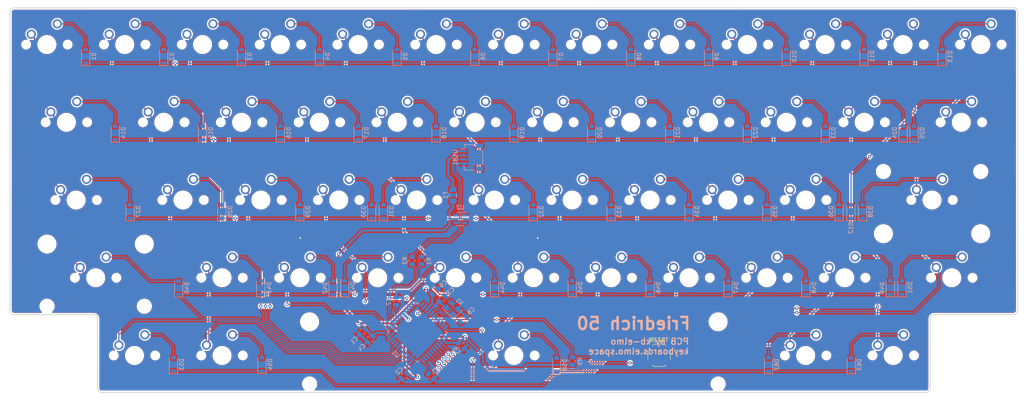
<source format=kicad_pcb>
(kicad_pcb (version 20171130) (host pcbnew "(5.1.9)-1")
  (layers (0 F.Cu signal) (31 B.Cu signal) (34 B.Paste user) (35 F.Paste user) (36 B.SilkS user) (37 F.SilkS user) (38 B.Mask user) (39 F.Mask user) (44 Edge.Cuts user))
  (net 0 "")
  (net 1 GND)
  (net 2 +5V)
  (net 3 "Net-(C7-Pad1)")
  (net 4 "Net-(C8-Pad1)")
  (net 5 "Net-(C9-Pad1)")
  (net 6 "Net-(D1-Pad2)")
  (net 7 row0)
  (net 8 "Net-(D2-Pad2)")
  (net 9 "Net-(D3-Pad2)")
  (net 10 "Net-(D4-Pad2)")
  (net 11 "Net-(D5-Pad2)")
  (net 12 "Net-(D6-Pad2)")
  (net 13 "Net-(D7-Pad2)")
  (net 14 "Net-(D8-Pad2)")
  (net 15 "Net-(D9-Pad2)")
  (net 16 "Net-(D10-Pad2)")
  (net 17 "Net-(D11-Pad2)")
  (net 18 "Net-(D12-Pad2)")
  (net 19 "Net-(D13-Pad2)")
  (net 20 "Net-(D14-Pad2)")
  (net 21 row1)
  (net 22 "Net-(D15-Pad2)")
  (net 23 "Net-(D16-Pad2)")
  (net 24 "Net-(D17-Pad2)")
  (net 25 "Net-(D18-Pad2)")
  (net 26 "Net-(D19-Pad2)")
  (net 27 "Net-(D20-Pad2)")
  (net 28 "Net-(D21-Pad2)")
  (net 29 "Net-(D22-Pad2)")
  (net 30 "Net-(D23-Pad2)")
  (net 31 "Net-(D24-Pad2)")
  (net 32 "Net-(D25-Pad2)")
  (net 33 "Net-(D27-Pad2)")
  (net 34 row2)
  (net 35 "Net-(D28-Pad2)")
  (net 36 "Net-(D29-Pad2)")
  (net 37 "Net-(D30-Pad2)")
  (net 38 "Net-(D31-Pad2)")
  (net 39 "Net-(D32-Pad2)")
  (net 40 "Net-(D33-Pad2)")
  (net 41 "Net-(D34-Pad2)")
  (net 42 "Net-(D35-Pad2)")
  (net 43 "Net-(D36-Pad2)")
  (net 44 "Net-(D38-Pad2)")
  (net 45 "Net-(D40-Pad2)")
  (net 46 row3)
  (net 47 "Net-(D41-Pad2)")
  (net 48 "Net-(D42-Pad2)")
  (net 49 "Net-(D43-Pad2)")
  (net 50 "Net-(D44-Pad2)")
  (net 51 "Net-(D45-Pad2)")
  (net 52 "Net-(D46-Pad2)")
  (net 53 "Net-(D47-Pad2)")
  (net 54 "Net-(D48-Pad2)")
  (net 55 "Net-(D49-Pad2)")
  (net 56 "Net-(D51-Pad2)")
  (net 57 "Net-(D53-Pad2)")
  (net 58 row4)
  (net 59 "Net-(D54-Pad2)")
  (net 60 "Net-(D58-Pad2)")
  (net 61 "Net-(D62-Pad2)")
  (net 62 "Net-(D63-Pad2)")
  (net 63 VCC)
  (net 64 col0)
  (net 65 col1)
  (net 66 col2)
  (net 67 col3)
  (net 68 col4)
  (net 69 col5)
  (net 70 col6)
  (net 71 col7)
  (net 72 col8)
  (net 73 col9)
  (net 74 col10)
  (net 75 col11)
  (net 76 "Net-(R1-Pad2)")
  (net 77 D+)
  (net 78 "Net-(R2-Pad2)")
  (net 79 D-)
  (net 80 "Net-(R3-Pad2)")
  (net 81 "Net-(R5-Pad1)")
  (net 82 "Net-(U1-Pad42)")
  (net 83 "Net-(U1-Pad32)")
  (net 84 "Net-(U1-Pad21)")
  (net 85 "Net-(U1-Pad20)")
  (net 86 "Net-(U1-Pad19)")
  (net 87 "Net-(U1-Pad18)")
  (net 88 "Net-(U1-Pad12)")
  (net 89 "Net-(U1-Pad9)")
  (net 90 "Net-(U1-Pad8)")
  (net 91 "Net-(U2-Pad6)")
  (net 92 "Net-(U2-Pad3)")
  (module Connector_JST:JST_SH_SM04B-SRSS-TB_1x04-1MP_P1.00mm_Horizontal (layer B.Cu) (at 138.3792 84.328 270)
    (fp_text reference USB1 (at 0 3.98 90) (layer B.SilkS) (effects (justify mirror)))
    (fp_text value Conn_01x04)
    (pad MP smd roundrect (at 2.8 -1.875 270) (size 1.2 1.8) (layers B.Cu B.Paste B.Mask) (roundrect_rratio 0.2083325))
    (pad MP smd roundrect (at -2.8 -1.875 270) (size 1.2 1.8) (layers B.Cu B.Paste B.Mask) (roundrect_rratio 0.2083325))
    (pad 4 smd roundrect (at 1.5 2 270) (size 0.6 1.55) (layers B.Cu B.Paste B.Mask) (net 1 GND))
    (pad 3 smd roundrect (at 0.5 2 270) (size 0.6 1.55) (layers B.Cu B.Paste B.Mask) (net 77 D+))
    (pad 2 smd roundrect (at -0.5 2 270) (size 0.6 1.55) (layers B.Cu B.Paste B.Mask) (net 79 D-))
    (pad 1 smd roundrect (at -1.5 2 270) (size 0.6 1.55) (layers B.Cu B.Paste B.Mask) (net 63 VCC))
  )
  (module MX_Only:MXOnly-6.25U-ReversedStabilizers-NoLED (layer F.Cu) (at 148.6916 132.8928)
    (fp_text reference MX58)
    (fp_text value MX-NoLED)
    (pad 2 thru_hole circle (at 2.54 -5.08) (size 2.25 2.25) (drill 1.47) (layers *.Cu B.Mask) (net 60 "Net-(D58-Pad2)"))
    (pad "" np_thru_hole circle (at 0 0) (size 3.9878 3.9878) (drill 3.9878) (layers *.Cu *.Mask))
    (pad 1 thru_hole circle (at -3.81 -2.54) (size 2.25 2.25) (drill 1.47) (layers *.Cu B.Mask) (net 69 col5))
    (pad "" np_thru_hole circle (at -5.08 0 48.0996) (size 1.75 1.75) (drill 1.75) (layers *.Cu *.Mask))
    (pad "" np_thru_hole circle (at 5.08 0 48.0996) (size 1.75 1.75) (drill 1.75) (layers *.Cu *.Mask))
    (pad "" np_thru_hole circle (at -49.9999 6.985) (size 3.048 3.048) (drill 3.048) (layers *.Cu *.Mask))
    (pad "" np_thru_hole circle (at 49.9999 6.985) (size 3.048 3.048) (drill 3.048) (layers *.Cu *.Mask))
    (pad "" np_thru_hole circle (at -49.9999 -8.255) (size 3.9878 3.9878) (drill 3.9878) (layers *.Cu *.Mask))
    (pad "" np_thru_hole circle (at 49.9999 -8.255) (size 3.9878 3.9878) (drill 3.9878) (layers *.Cu *.Mask))
  )
  (module MX_Only:MXOnly-1U-NoLED (layer F.Cu) (at 96.3168 113.8428)
    (fp_text reference MX42)
    (fp_text value MX-NoLED)
    (pad 2 thru_hole circle (at 2.54 -5.08) (size 2.25 2.25) (drill 1.47) (layers *.Cu B.Mask) (net 48 "Net-(D42-Pad2)"))
    (pad "" np_thru_hole circle (at 0 0) (size 3.9878 3.9878) (drill 3.9878) (layers *.Cu *.Mask))
    (pad 1 thru_hole circle (at -3.81 -2.54) (size 2.25 2.25) (drill 1.47) (layers *.Cu B.Mask) (net 66 col2))
    (pad "" np_thru_hole circle (at -5.08 0 48.0996) (size 1.75 1.75) (drill 1.75) (layers *.Cu *.Mask))
    (pad "" np_thru_hole circle (at 5.08 0 48.0996) (size 1.75 1.75) (drill 1.75) (layers *.Cu *.Mask))
  )
  (module MX_Only:MXOnly-2.25U-ReversedStabilizers-NoLED (layer F.Cu) (at 46.3296 113.8428)
    (fp_text reference MX40)
    (fp_text value MX-NoLED)
    (pad 2 thru_hole circle (at 2.54 -5.08) (size 2.25 2.25) (drill 1.47) (layers *.Cu B.Mask) (net 45 "Net-(D40-Pad2)"))
    (pad "" np_thru_hole circle (at 0 0) (size 3.9878 3.9878) (drill 3.9878) (layers *.Cu *.Mask))
    (pad 1 thru_hole circle (at -3.81 -2.54) (size 2.25 2.25) (drill 1.47) (layers *.Cu B.Mask) (net 64 col0))
    (pad "" np_thru_hole circle (at -5.08 0 48.0996) (size 1.75 1.75) (drill 1.75) (layers *.Cu *.Mask))
    (pad "" np_thru_hole circle (at 5.08 0 48.0996) (size 1.75 1.75) (drill 1.75) (layers *.Cu *.Mask))
    (pad "" np_thru_hole circle (at -11.90625 6.985) (size 3.048 3.048) (drill 3.048) (layers *.Cu *.Mask))
    (pad "" np_thru_hole circle (at 11.90625 6.985) (size 3.048 3.048) (drill 3.048) (layers *.Cu *.Mask))
    (pad "" np_thru_hole circle (at -11.90625 -8.255) (size 3.9878 3.9878) (drill 3.9878) (layers *.Cu *.Mask))
    (pad "" np_thru_hole circle (at 11.90625 -8.255) (size 3.9878 3.9878) (drill 3.9878) (layers *.Cu *.Mask))
  )
  (module MX_Only:MXOnly-1.25U-NoLED (layer F.Cu) (at 220.1164 132.8928)
    (fp_text reference MX62)
    (fp_text value MX-NoLED)
    (pad 2 thru_hole circle (at 2.54 -5.08) (size 2.25 2.25) (drill 1.47) (layers *.Cu B.Mask) (net 61 "Net-(D62-Pad2)"))
    (pad "" np_thru_hole circle (at 0 0) (size 3.9878 3.9878) (drill 3.9878) (layers *.Cu *.Mask))
    (pad 1 thru_hole circle (at -3.81 -2.54) (size 2.25 2.25) (drill 1.47) (layers *.Cu B.Mask) (net 73 col9))
    (pad "" np_thru_hole circle (at -5.08 0 48.0996) (size 1.75 1.75) (drill 1.75) (layers *.Cu *.Mask))
    (pad "" np_thru_hole circle (at 5.08 0 48.0996) (size 1.75 1.75) (drill 1.75) (layers *.Cu *.Mask))
  )
  (module MX_Only:MXOnly-1.25U-NoLED (layer F.Cu) (at 77.2668 132.8928)
    (fp_text reference MX54)
    (fp_text value MX-NoLED)
    (pad 2 thru_hole circle (at 2.54 -5.08) (size 2.25 2.25) (drill 1.47) (layers *.Cu B.Mask) (net 59 "Net-(D54-Pad2)"))
    (pad "" np_thru_hole circle (at 0 0) (size 3.9878 3.9878) (drill 3.9878) (layers *.Cu *.Mask))
    (pad 1 thru_hole circle (at -3.81 -2.54) (size 2.25 2.25) (drill 1.47) (layers *.Cu B.Mask) (net 65 col1))
    (pad "" np_thru_hole circle (at -5.08 0 48.0996) (size 1.75 1.75) (drill 1.75) (layers *.Cu *.Mask))
    (pad "" np_thru_hole circle (at 5.08 0 48.0996) (size 1.75 1.75) (drill 1.75) (layers *.Cu *.Mask))
  )
  (module MX_Only:MXOnly-1.75U-NoLED (layer F.Cu) (at 255.8796 113.8428)
    (fp_text reference MX51)
    (fp_text value MX-NoLED)
    (pad 2 thru_hole circle (at 2.54 -5.08) (size 2.25 2.25) (drill 1.47) (layers *.Cu B.Mask) (net 56 "Net-(D51-Pad2)"))
    (pad "" np_thru_hole circle (at 0 0) (size 3.9878 3.9878) (drill 3.9878) (layers *.Cu *.Mask))
    (pad 1 thru_hole circle (at -3.81 -2.54) (size 2.25 2.25) (drill 1.47) (layers *.Cu B.Mask) (net 75 col11))
    (pad "" np_thru_hole circle (at -5.08 0 48.0996) (size 1.75 1.75) (drill 1.75) (layers *.Cu *.Mask))
    (pad "" np_thru_hole circle (at 5.08 0 48.0996) (size 1.75 1.75) (drill 1.75) (layers *.Cu *.Mask))
  )
  (module MX_Only:MXOnly-2.25U-NoLED (layer F.Cu) (at 251.0536 94.7928)
    (fp_text reference MX38)
    (fp_text value MX-NoLED)
    (pad 2 thru_hole circle (at 2.54 -5.08) (size 2.25 2.25) (drill 1.47) (layers *.Cu B.Mask) (net 44 "Net-(D38-Pad2)"))
    (pad "" np_thru_hole circle (at 0 0) (size 3.9878 3.9878) (drill 3.9878) (layers *.Cu *.Mask))
    (pad 1 thru_hole circle (at -3.81 -2.54) (size 2.25 2.25) (drill 1.47) (layers *.Cu B.Mask) (net 75 col11))
    (pad "" np_thru_hole circle (at -5.08 0 48.0996) (size 1.75 1.75) (drill 1.75) (layers *.Cu *.Mask))
    (pad "" np_thru_hole circle (at 5.08 0 48.0996) (size 1.75 1.75) (drill 1.75) (layers *.Cu *.Mask))
    (pad "" np_thru_hole circle (at -11.90625 -6.985) (size 3.048 3.048) (drill 3.048) (layers *.Cu *.Mask))
    (pad "" np_thru_hole circle (at 11.90625 -6.985) (size 3.048 3.048) (drill 3.048) (layers *.Cu *.Mask))
    (pad "" np_thru_hole circle (at -11.90625 8.255) (size 3.9878 3.9878) (drill 3.9878) (layers *.Cu *.Mask))
    (pad "" np_thru_hole circle (at 11.90625 8.255) (size 3.9878 3.9878) (drill 3.9878) (layers *.Cu *.Mask))
  )
  (module MX_Only:MXOnly-1.75U-NoLED (layer F.Cu) (at 41.5544 94.7928)
    (fp_text reference MX27)
    (fp_text value MX-NoLED)
    (pad 2 thru_hole circle (at 2.54 -5.08) (size 2.25 2.25) (drill 1.47) (layers *.Cu B.Mask) (net 33 "Net-(D27-Pad2)"))
    (pad "" np_thru_hole circle (at 0 0) (size 3.9878 3.9878) (drill 3.9878) (layers *.Cu *.Mask))
    (pad 1 thru_hole circle (at -3.81 -2.54) (size 2.25 2.25) (drill 1.47) (layers *.Cu B.Mask) (net 64 col0))
    (pad "" np_thru_hole circle (at -5.08 0 48.0996) (size 1.75 1.75) (drill 1.75) (layers *.Cu *.Mask))
    (pad "" np_thru_hole circle (at 5.08 0 48.0996) (size 1.75 1.75) (drill 1.75) (layers *.Cu *.Mask))
  )
  (module MX_Only:MXOnly-1.5U-NoLED (layer F.Cu) (at 258.2164 75.7428)
    (fp_text reference MX25)
    (fp_text value MX-NoLED)
    (pad 2 thru_hole circle (at 2.54 -5.08) (size 2.25 2.25) (drill 1.47) (layers *.Cu B.Mask) (net 32 "Net-(D25-Pad2)"))
    (pad "" np_thru_hole circle (at 0 0) (size 3.9878 3.9878) (drill 3.9878) (layers *.Cu *.Mask))
    (pad 1 thru_hole circle (at -3.81 -2.54) (size 2.25 2.25) (drill 1.47) (layers *.Cu B.Mask) (net 75 col11))
    (pad "" np_thru_hole circle (at -5.08 0 48.0996) (size 1.75 1.75) (drill 1.75) (layers *.Cu *.Mask))
    (pad "" np_thru_hole circle (at 5.08 0 48.0996) (size 1.75 1.75) (drill 1.75) (layers *.Cu *.Mask))
  )
  (module MX_Only:MXOnly-1.5U-NoLED (layer F.Cu) (at 39.1668 75.7428)
    (fp_text reference MX14)
    (fp_text value MX-NoLED)
    (pad 2 thru_hole circle (at 2.54 -5.08) (size 2.25 2.25) (drill 1.47) (layers *.Cu B.Mask) (net 20 "Net-(D14-Pad2)"))
    (pad "" np_thru_hole circle (at 0 0) (size 3.9878 3.9878) (drill 3.9878) (layers *.Cu *.Mask))
    (pad 1 thru_hole circle (at -3.81 -2.54) (size 2.25 2.25) (drill 1.47) (layers *.Cu B.Mask) (net 64 col0))
    (pad "" np_thru_hole circle (at -5.08 0 48.0996) (size 1.75 1.75) (drill 1.75) (layers *.Cu *.Mask))
    (pad "" np_thru_hole circle (at 5.08 0 48.0996) (size 1.75 1.75) (drill 1.75) (layers *.Cu *.Mask))
  )
  (module Crystal:Crystal_SMD_3225-4Pin_3.2x2.5mm (layer B.Cu) (at 133.6548 121.412 135)
    (fp_text reference X1 (at 0 2.450001 135) (layer B.SilkS) (effects (justify mirror)))
    (fp_text value Crystal_GND24_Small)
    (pad 4 smd rect (at -1.1 0.85 135) (size 1.4 1.2) (layers B.Cu B.Paste B.Mask) (net 1 GND))
    (pad 3 smd rect (at 1.1 0.85 135) (size 1.4 1.2) (layers B.Cu B.Paste B.Mask) (net 5 "Net-(C9-Pad1)"))
    (pad 2 smd rect (at 1.1 -0.85 135) (size 1.4 1.2) (layers B.Cu B.Paste B.Mask) (net 1 GND))
    (pad 1 smd rect (at -1.1 -0.85 135) (size 1.4 1.2) (layers B.Cu B.Paste B.Mask) (net 4 "Net-(C8-Pad1)"))
  )
  (module Package_TO_SOT_SMD:SOT-23-6 (layer B.Cu) (at 135.5852 99.4664 180)
    (fp_text reference U2 (at 0 2.9) (layer B.SilkS) (effects (justify mirror)))
    (fp_text value SRV05-4)
    (pad 5 smd rect (at 1.1 0 180) (size 1.06 0.65) (layers B.Cu B.Paste B.Mask) (net 2 +5V))
    (pad 6 smd rect (at 1.1 0.95 180) (size 1.06 0.65) (layers B.Cu B.Paste B.Mask) (net 91 "Net-(U2-Pad6)"))
    (pad 4 smd rect (at 1.1 -0.95 180) (size 1.06 0.65) (layers B.Cu B.Paste B.Mask) (net 79 D-))
    (pad 3 smd rect (at -1.1 -0.95 180) (size 1.06 0.65) (layers B.Cu B.Paste B.Mask) (net 92 "Net-(U2-Pad3)"))
    (pad 2 smd rect (at -1.1 0 180) (size 1.06 0.65) (layers B.Cu B.Paste B.Mask) (net 1 GND))
    (pad 1 smd rect (at -1.1 0.95 180) (size 1.06 0.65) (layers B.Cu B.Paste B.Mask) (net 77 D+))
  )
  (module Package_QFP:TQFP-44_10x10mm_P0.8mm (layer B.Cu) (at 125.0696 127.254 315)
    (fp_text reference U1 (at 0 7.45 135) (layer B.SilkS) (effects (justify mirror)))
    (fp_text value ATmega32U4-AU)
    (pad 44 smd rect (at -4 5.7 225) (size 1.5 0.55) (layers B.Cu B.Paste B.Mask) (net 2 +5V))
    (pad 43 smd rect (at -3.2 5.7 225) (size 1.5 0.55) (layers B.Cu B.Paste B.Mask) (net 1 GND))
    (pad 42 smd rect (at -2.4 5.7 225) (size 1.5 0.55) (layers B.Cu B.Paste B.Mask) (net 82 "Net-(U1-Pad42)"))
    (pad 41 smd rect (at -1.6 5.7 225) (size 1.5 0.55) (layers B.Cu B.Paste B.Mask) (net 34 row2))
    (pad 40 smd rect (at -0.8 5.7 225) (size 1.5 0.55) (layers B.Cu B.Paste B.Mask) (net 21 row1))
    (pad 39 smd rect (at 0 5.7 225) (size 1.5 0.55) (layers B.Cu B.Paste B.Mask) (net 7 row0))
    (pad 38 smd rect (at 0.8 5.7 225) (size 1.5 0.55) (layers B.Cu B.Paste B.Mask) (net 46 row3))
    (pad 37 smd rect (at 1.6 5.7 225) (size 1.5 0.55) (layers B.Cu B.Paste B.Mask) (net 64 col0))
    (pad 36 smd rect (at 2.4 5.7 225) (size 1.5 0.55) (layers B.Cu B.Paste B.Mask) (net 65 col1))
    (pad 35 smd rect (at 3.2 5.7 225) (size 1.5 0.55) (layers B.Cu B.Paste B.Mask) (net 1 GND))
    (pad 34 smd rect (at 4 5.7 225) (size 1.5 0.55) (layers B.Cu B.Paste B.Mask) (net 2 +5V))
    (pad 33 smd rect (at 5.7 4 315) (size 1.5 0.55) (layers B.Cu B.Paste B.Mask) (net 80 "Net-(R3-Pad2)"))
    (pad 32 smd rect (at 5.7 3.2 315) (size 1.5 0.55) (layers B.Cu B.Paste B.Mask) (net 83 "Net-(U1-Pad32)"))
    (pad 31 smd rect (at 5.7 2.4 315) (size 1.5 0.55) (layers B.Cu B.Paste B.Mask) (net 73 col9))
    (pad 30 smd rect (at 5.7 1.6 315) (size 1.5 0.55) (layers B.Cu B.Paste B.Mask) (net 75 col11))
    (pad 29 smd rect (at 5.7 0.8 315) (size 1.5 0.55) (layers B.Cu B.Paste B.Mask) (net 74 col10))
    (pad 28 smd rect (at 5.7 0 315) (size 1.5 0.55) (layers B.Cu B.Paste B.Mask) (net 72 col8))
    (pad 27 smd rect (at 5.7 -0.8 315) (size 1.5 0.55) (layers B.Cu B.Paste B.Mask) (net 71 col7))
    (pad 26 smd rect (at 5.7 -1.6 315) (size 1.5 0.55) (layers B.Cu B.Paste B.Mask) (net 70 col6))
    (pad 25 smd rect (at 5.7 -2.4 315) (size 1.5 0.55) (layers B.Cu B.Paste B.Mask) (net 69 col5))
    (pad 24 smd rect (at 5.7 -3.2 315) (size 1.5 0.55) (layers B.Cu B.Paste B.Mask) (net 2 +5V))
    (pad 23 smd rect (at 5.7 -4 315) (size 1.5 0.55) (layers B.Cu B.Paste B.Mask) (net 1 GND))
    (pad 22 smd rect (at 4 -5.7 225) (size 1.5 0.55) (layers B.Cu B.Paste B.Mask) (net 58 row4))
    (pad 21 smd rect (at 3.2 -5.7 225) (size 1.5 0.55) (layers B.Cu B.Paste B.Mask) (net 84 "Net-(U1-Pad21)"))
    (pad 20 smd rect (at 2.4 -5.7 225) (size 1.5 0.55) (layers B.Cu B.Paste B.Mask) (net 85 "Net-(U1-Pad20)"))
    (pad 19 smd rect (at 1.6 -5.7 225) (size 1.5 0.55) (layers B.Cu B.Paste B.Mask) (net 86 "Net-(U1-Pad19)"))
    (pad 18 smd rect (at 0.8 -5.7 225) (size 1.5 0.55) (layers B.Cu B.Paste B.Mask) (net 87 "Net-(U1-Pad18)"))
    (pad 17 smd rect (at 0 -5.7 225) (size 1.5 0.55) (layers B.Cu B.Paste B.Mask) (net 4 "Net-(C8-Pad1)"))
    (pad 16 smd rect (at -0.8 -5.7 225) (size 1.5 0.55) (layers B.Cu B.Paste B.Mask) (net 5 "Net-(C9-Pad1)"))
    (pad 15 smd rect (at -1.6 -5.7 225) (size 1.5 0.55) (layers B.Cu B.Paste B.Mask) (net 1 GND))
    (pad 14 smd rect (at -2.4 -5.7 225) (size 1.5 0.55) (layers B.Cu B.Paste B.Mask) (net 2 +5V))
    (pad 13 smd rect (at -3.2 -5.7 225) (size 1.5 0.55) (layers B.Cu B.Paste B.Mask) (net 81 "Net-(R5-Pad1)"))
    (pad 12 smd rect (at -4 -5.7 225) (size 1.5 0.55) (layers B.Cu B.Paste B.Mask) (net 88 "Net-(U1-Pad12)"))
    (pad 11 smd rect (at -5.7 -4 315) (size 1.5 0.55) (layers B.Cu B.Paste B.Mask) (net 68 col4))
    (pad 10 smd rect (at -5.7 -3.2 315) (size 1.5 0.55) (layers B.Cu B.Paste B.Mask) (net 67 col3))
    (pad 9 smd rect (at -5.7 -2.4 315) (size 1.5 0.55) (layers B.Cu B.Paste B.Mask) (net 89 "Net-(U1-Pad9)"))
    (pad 8 smd rect (at -5.7 -1.6 315) (size 1.5 0.55) (layers B.Cu B.Paste B.Mask) (net 90 "Net-(U1-Pad8)"))
    (pad 7 smd rect (at -5.7 -0.8 315) (size 1.5 0.55) (layers B.Cu B.Paste B.Mask) (net 2 +5V))
    (pad 6 smd rect (at -5.7 0 315) (size 1.5 0.55) (layers B.Cu B.Paste B.Mask) (net 3 "Net-(C7-Pad1)"))
    (pad 5 smd rect (at -5.7 0.8 315) (size 1.5 0.55) (layers B.Cu B.Paste B.Mask) (net 1 GND))
    (pad 4 smd rect (at -5.7 1.6 315) (size 1.5 0.55) (layers B.Cu B.Paste B.Mask) (net 76 "Net-(R1-Pad2)"))
    (pad 3 smd rect (at -5.7 2.4 315) (size 1.5 0.55) (layers B.Cu B.Paste B.Mask) (net 78 "Net-(R2-Pad2)"))
    (pad 2 smd rect (at -5.7 3.2 315) (size 1.5 0.55) (layers B.Cu B.Paste B.Mask) (net 2 +5V))
    (pad 1 smd rect (at -5.7 4 315) (size 1.5 0.55) (layers B.Cu B.Paste B.Mask) (net 66 col2))
  )
  (module Button_Switch_SMD:SW_SPST_TL3342 (layer F.Cu) (at 184.2516 132.842)
    (fp_text reference RESET (at 0 -3.75) (layer F.SilkS))
    (fp_text value SW_Push)
    (pad 2 smd rect (at 3.15 1.9) (size 1.7 1) (layers F.Cu F.Paste F.Mask) (net 81 "Net-(R5-Pad1)"))
    (pad 2 smd rect (at -3.15 1.9) (size 1.7 1) (layers F.Cu F.Paste F.Mask) (net 81 "Net-(R5-Pad1)"))
    (pad 1 smd rect (at 3.15 -1.9) (size 1.7 1) (layers F.Cu F.Paste F.Mask) (net 1 GND))
    (pad 1 smd rect (at -3.15 -1.9) (size 1.7 1) (layers F.Cu F.Paste F.Mask) (net 1 GND))
  )
  (module Resistor_SMD:R_0805_2012Metric (layer B.Cu) (at 163.0172 134.2644 270)
    (fp_text reference R5 (at 0.1016 -1.8796 90) (layer B.SilkS) (effects (justify mirror)))
    (fp_text value 10k)
    (pad 2 smd roundrect (at 0.9125 0 270) (size 1.025 1.4) (layers B.Cu B.Paste B.Mask) (roundrect_rratio 0.2439004878048781) (net 2 +5V))
    (pad 1 smd roundrect (at -0.9125 0 270) (size 1.025 1.4) (layers B.Cu B.Paste B.Mask) (roundrect_rratio 0.2439004878048781) (net 81 "Net-(R5-Pad1)"))
  )
  (module Resistor_SMD:R_0805_2012Metric (layer B.Cu) (at 128.4224 137.9728 135)
    (fp_text reference R3 (at 0 1.65 135) (layer B.SilkS) (effects (justify mirror)))
    (fp_text value 10k)
    (pad 2 smd roundrect (at 0.9125 0 135) (size 1.025 1.4) (layers B.Cu B.Paste B.Mask) (roundrect_rratio 0.2439004878048781) (net 80 "Net-(R3-Pad2)"))
    (pad 1 smd roundrect (at -0.9125 0 135) (size 1.025 1.4) (layers B.Cu B.Paste B.Mask) (roundrect_rratio 0.2439004878048781) (net 1 GND))
  )
  (module Resistor_SMD:R_0805_2012Metric (layer B.Cu) (at 123.698 109.6264 270)
    (fp_text reference R2 (at 0 1.65 270) (layer B.SilkS) (effects (justify mirror)))
    (fp_text value 22)
    (pad 2 smd roundrect (at 0.9125 0 270) (size 1.025 1.4) (layers B.Cu B.Paste B.Mask) (roundrect_rratio 0.2439004878048781) (net 78 "Net-(R2-Pad2)"))
    (pad 1 smd roundrect (at -0.9125 0 270) (size 1.025 1.4) (layers B.Cu B.Paste B.Mask) (roundrect_rratio 0.2439004878048781) (net 79 D-))
  )
  (module Resistor_SMD:R_0805_2012Metric (layer B.Cu) (at 126.0856 109.6264 270)
    (fp_text reference R1 (at 0.1524 -1.8288 270) (layer B.SilkS) (effects (justify mirror)))
    (fp_text value 22)
    (pad 2 smd roundrect (at 0.9125 0 270) (size 1.025 1.4) (layers B.Cu B.Paste B.Mask) (roundrect_rratio 0.2439004878048781) (net 76 "Net-(R1-Pad2)"))
    (pad 1 smd roundrect (at -0.9125 0 270) (size 1.025 1.4) (layers B.Cu B.Paste B.Mask) (roundrect_rratio 0.2439004878048781) (net 77 D+))
  )
  (module MX_Only:MXOnly-1U-NoLED (layer F.Cu) (at 241.554 132.8928)
    (fp_text reference MX63)
    (fp_text value MX-NoLED)
    (pad 2 thru_hole circle (at 2.54 -5.08) (size 2.25 2.25) (drill 1.47) (layers *.Cu B.Mask) (net 62 "Net-(D63-Pad2)"))
    (pad "" np_thru_hole circle (at 0 0) (size 3.9878 3.9878) (drill 3.9878) (layers *.Cu *.Mask))
    (pad 1 thru_hole circle (at -3.81 -2.54) (size 2.25 2.25) (drill 1.47) (layers *.Cu B.Mask) (net 74 col10))
    (pad "" np_thru_hole circle (at -5.08 0 48.0996) (size 1.75 1.75) (drill 1.75) (layers *.Cu *.Mask))
    (pad "" np_thru_hole circle (at 5.08 0 48.0996) (size 1.75 1.75) (drill 1.75) (layers *.Cu *.Mask))
  )
  (module MX_Only:MXOnly-1U-NoLED (layer F.Cu) (at 55.8292 132.8928)
    (fp_text reference MX53)
    (fp_text value MX-NoLED)
    (pad 2 thru_hole circle (at 2.54 -5.08) (size 2.25 2.25) (drill 1.47) (layers *.Cu B.Mask) (net 57 "Net-(D53-Pad2)"))
    (pad "" np_thru_hole circle (at 0 0) (size 3.9878 3.9878) (drill 3.9878) (layers *.Cu *.Mask))
    (pad 1 thru_hole circle (at -3.81 -2.54) (size 2.25 2.25) (drill 1.47) (layers *.Cu B.Mask) (net 64 col0))
    (pad "" np_thru_hole circle (at -5.08 0 48.0996) (size 1.75 1.75) (drill 1.75) (layers *.Cu *.Mask))
    (pad "" np_thru_hole circle (at 5.08 0 48.0996) (size 1.75 1.75) (drill 1.75) (layers *.Cu *.Mask))
  )
  (module MX_Only:MXOnly-1U-NoLED (layer F.Cu) (at 229.6668 113.8428)
    (fp_text reference MX49)
    (fp_text value MX-NoLED)
    (pad 2 thru_hole circle (at 2.54 -5.08) (size 2.25 2.25) (drill 1.47) (layers *.Cu B.Mask) (net 55 "Net-(D49-Pad2)"))
    (pad "" np_thru_hole circle (at 0 0) (size 3.9878 3.9878) (drill 3.9878) (layers *.Cu *.Mask))
    (pad 1 thru_hole circle (at -3.81 -2.54) (size 2.25 2.25) (drill 1.47) (layers *.Cu B.Mask) (net 73 col9))
    (pad "" np_thru_hole circle (at -5.08 0 48.0996) (size 1.75 1.75) (drill 1.75) (layers *.Cu *.Mask))
    (pad "" np_thru_hole circle (at 5.08 0 48.0996) (size 1.75 1.75) (drill 1.75) (layers *.Cu *.Mask))
  )
  (module MX_Only:MXOnly-1U-NoLED (layer F.Cu) (at 210.6168 113.8428)
    (fp_text reference MX48)
    (fp_text value MX-NoLED)
    (pad 2 thru_hole circle (at 2.54 -5.08) (size 2.25 2.25) (drill 1.47) (layers *.Cu B.Mask) (net 54 "Net-(D48-Pad2)"))
    (pad "" np_thru_hole circle (at 0 0) (size 3.9878 3.9878) (drill 3.9878) (layers *.Cu *.Mask))
    (pad 1 thru_hole circle (at -3.81 -2.54) (size 2.25 2.25) (drill 1.47) (layers *.Cu B.Mask) (net 72 col8))
    (pad "" np_thru_hole circle (at -5.08 0 48.0996) (size 1.75 1.75) (drill 1.75) (layers *.Cu *.Mask))
    (pad "" np_thru_hole circle (at 5.08 0 48.0996) (size 1.75 1.75) (drill 1.75) (layers *.Cu *.Mask))
  )
  (module MX_Only:MXOnly-1U-NoLED (layer F.Cu) (at 191.5668 113.8428)
    (fp_text reference MX47)
    (fp_text value MX-NoLED)
    (pad 2 thru_hole circle (at 2.54 -5.08) (size 2.25 2.25) (drill 1.47) (layers *.Cu B.Mask) (net 53 "Net-(D47-Pad2)"))
    (pad "" np_thru_hole circle (at 0 0) (size 3.9878 3.9878) (drill 3.9878) (layers *.Cu *.Mask))
    (pad 1 thru_hole circle (at -3.81 -2.54) (size 2.25 2.25) (drill 1.47) (layers *.Cu B.Mask) (net 71 col7))
    (pad "" np_thru_hole circle (at -5.08 0 48.0996) (size 1.75 1.75) (drill 1.75) (layers *.Cu *.Mask))
    (pad "" np_thru_hole circle (at 5.08 0 48.0996) (size 1.75 1.75) (drill 1.75) (layers *.Cu *.Mask))
  )
  (module MX_Only:MXOnly-1U-NoLED (layer F.Cu) (at 172.5168 113.8428)
    (fp_text reference MX46)
    (fp_text value MX-NoLED)
    (pad 2 thru_hole circle (at 2.54 -5.08) (size 2.25 2.25) (drill 1.47) (layers *.Cu B.Mask) (net 52 "Net-(D46-Pad2)"))
    (pad "" np_thru_hole circle (at 0 0) (size 3.9878 3.9878) (drill 3.9878) (layers *.Cu *.Mask))
    (pad 1 thru_hole circle (at -3.81 -2.54) (size 2.25 2.25) (drill 1.47) (layers *.Cu B.Mask) (net 70 col6))
    (pad "" np_thru_hole circle (at -5.08 0 48.0996) (size 1.75 1.75) (drill 1.75) (layers *.Cu *.Mask))
    (pad "" np_thru_hole circle (at 5.08 0 48.0996) (size 1.75 1.75) (drill 1.75) (layers *.Cu *.Mask))
  )
  (module MX_Only:MXOnly-1U-NoLED (layer F.Cu) (at 153.4668 113.8428)
    (fp_text reference MX45)
    (fp_text value MX-NoLED)
    (pad 2 thru_hole circle (at 2.54 -5.08) (size 2.25 2.25) (drill 1.47) (layers *.Cu B.Mask) (net 51 "Net-(D45-Pad2)"))
    (pad "" np_thru_hole circle (at 0 0) (size 3.9878 3.9878) (drill 3.9878) (layers *.Cu *.Mask))
    (pad 1 thru_hole circle (at -3.81 -2.54) (size 2.25 2.25) (drill 1.47) (layers *.Cu B.Mask) (net 69 col5))
    (pad "" np_thru_hole circle (at -5.08 0 48.0996) (size 1.75 1.75) (drill 1.75) (layers *.Cu *.Mask))
    (pad "" np_thru_hole circle (at 5.08 0 48.0996) (size 1.75 1.75) (drill 1.75) (layers *.Cu *.Mask))
  )
  (module MX_Only:MXOnly-1U-NoLED (layer F.Cu) (at 134.4168 113.8428)
    (fp_text reference MX44)
    (fp_text value MX-NoLED)
    (pad 2 thru_hole circle (at 2.54 -5.08) (size 2.25 2.25) (drill 1.47) (layers *.Cu B.Mask) (net 50 "Net-(D44-Pad2)"))
    (pad "" np_thru_hole circle (at 0 0) (size 3.9878 3.9878) (drill 3.9878) (layers *.Cu *.Mask))
    (pad 1 thru_hole circle (at -3.81 -2.54) (size 2.25 2.25) (drill 1.47) (layers *.Cu B.Mask) (net 68 col4))
    (pad "" np_thru_hole circle (at -5.08 0 48.0996) (size 1.75 1.75) (drill 1.75) (layers *.Cu *.Mask))
    (pad "" np_thru_hole circle (at 5.08 0 48.0996) (size 1.75 1.75) (drill 1.75) (layers *.Cu *.Mask))
  )
  (module MX_Only:MXOnly-1U-NoLED (layer F.Cu) (at 115.3668 113.8428)
    (fp_text reference MX43)
    (fp_text value MX-NoLED)
    (pad 2 thru_hole circle (at 2.54 -5.08) (size 2.25 2.25) (drill 1.47) (layers *.Cu B.Mask) (net 49 "Net-(D43-Pad2)"))
    (pad "" np_thru_hole circle (at 0 0) (size 3.9878 3.9878) (drill 3.9878) (layers *.Cu *.Mask))
    (pad 1 thru_hole circle (at -3.81 -2.54) (size 2.25 2.25) (drill 1.47) (layers *.Cu B.Mask) (net 67 col3))
    (pad "" np_thru_hole circle (at -5.08 0 48.0996) (size 1.75 1.75) (drill 1.75) (layers *.Cu *.Mask))
    (pad "" np_thru_hole circle (at 5.08 0 48.0996) (size 1.75 1.75) (drill 1.75) (layers *.Cu *.Mask))
  )
  (module MX_Only:MXOnly-1U-NoLED (layer F.Cu) (at 77.2668 113.8428)
    (fp_text reference MX41)
    (fp_text value MX-NoLED)
    (pad 2 thru_hole circle (at 2.54 -5.08) (size 2.25 2.25) (drill 1.47) (layers *.Cu B.Mask) (net 47 "Net-(D41-Pad2)"))
    (pad "" np_thru_hole circle (at 0 0) (size 3.9878 3.9878) (drill 3.9878) (layers *.Cu *.Mask))
    (pad 1 thru_hole circle (at -3.81 -2.54) (size 2.25 2.25) (drill 1.47) (layers *.Cu B.Mask) (net 65 col1))
    (pad "" np_thru_hole circle (at -5.08 0 48.0996) (size 1.75 1.75) (drill 1.75) (layers *.Cu *.Mask))
    (pad "" np_thru_hole circle (at 5.08 0 48.0996) (size 1.75 1.75) (drill 1.75) (layers *.Cu *.Mask))
  )
  (module MX_Only:MXOnly-1U-NoLED (layer F.Cu) (at 220.1164 94.7928)
    (fp_text reference MX36)
    (fp_text value MX-NoLED)
    (pad 2 thru_hole circle (at 2.54 -5.08) (size 2.25 2.25) (drill 1.47) (layers *.Cu B.Mask) (net 43 "Net-(D36-Pad2)"))
    (pad "" np_thru_hole circle (at 0 0) (size 3.9878 3.9878) (drill 3.9878) (layers *.Cu *.Mask))
    (pad 1 thru_hole circle (at -3.81 -2.54) (size 2.25 2.25) (drill 1.47) (layers *.Cu B.Mask) (net 73 col9))
    (pad "" np_thru_hole circle (at -5.08 0 48.0996) (size 1.75 1.75) (drill 1.75) (layers *.Cu *.Mask))
    (pad "" np_thru_hole circle (at 5.08 0 48.0996) (size 1.75 1.75) (drill 1.75) (layers *.Cu *.Mask))
  )
  (module MX_Only:MXOnly-1U-NoLED (layer F.Cu) (at 201.0664 94.7928)
    (fp_text reference MX35)
    (fp_text value MX-NoLED)
    (pad 2 thru_hole circle (at 2.54 -5.08) (size 2.25 2.25) (drill 1.47) (layers *.Cu B.Mask) (net 42 "Net-(D35-Pad2)"))
    (pad "" np_thru_hole circle (at 0 0) (size 3.9878 3.9878) (drill 3.9878) (layers *.Cu *.Mask))
    (pad 1 thru_hole circle (at -3.81 -2.54) (size 2.25 2.25) (drill 1.47) (layers *.Cu B.Mask) (net 72 col8))
    (pad "" np_thru_hole circle (at -5.08 0 48.0996) (size 1.75 1.75) (drill 1.75) (layers *.Cu *.Mask))
    (pad "" np_thru_hole circle (at 5.08 0 48.0996) (size 1.75 1.75) (drill 1.75) (layers *.Cu *.Mask))
  )
  (module MX_Only:MXOnly-1U-NoLED (layer F.Cu) (at 182.0164 94.7928)
    (fp_text reference MX34)
    (fp_text value MX-NoLED)
    (pad 2 thru_hole circle (at 2.54 -5.08) (size 2.25 2.25) (drill 1.47) (layers *.Cu B.Mask) (net 41 "Net-(D34-Pad2)"))
    (pad "" np_thru_hole circle (at 0 0) (size 3.9878 3.9878) (drill 3.9878) (layers *.Cu *.Mask))
    (pad 1 thru_hole circle (at -3.81 -2.54) (size 2.25 2.25) (drill 1.47) (layers *.Cu B.Mask) (net 71 col7))
    (pad "" np_thru_hole circle (at -5.08 0 48.0996) (size 1.75 1.75) (drill 1.75) (layers *.Cu *.Mask))
    (pad "" np_thru_hole circle (at 5.08 0 48.0996) (size 1.75 1.75) (drill 1.75) (layers *.Cu *.Mask))
  )
  (module MX_Only:MXOnly-1U-NoLED (layer F.Cu) (at 162.9664 94.7928)
    (fp_text reference MX33)
    (fp_text value MX-NoLED)
    (pad 2 thru_hole circle (at 2.54 -5.08) (size 2.25 2.25) (drill 1.47) (layers *.Cu B.Mask) (net 40 "Net-(D33-Pad2)"))
    (pad "" np_thru_hole circle (at 0 0) (size 3.9878 3.9878) (drill 3.9878) (layers *.Cu *.Mask))
    (pad 1 thru_hole circle (at -3.81 -2.54) (size 2.25 2.25) (drill 1.47) (layers *.Cu B.Mask) (net 70 col6))
    (pad "" np_thru_hole circle (at -5.08 0 48.0996) (size 1.75 1.75) (drill 1.75) (layers *.Cu *.Mask))
    (pad "" np_thru_hole circle (at 5.08 0 48.0996) (size 1.75 1.75) (drill 1.75) (layers *.Cu *.Mask))
  )
  (module MX_Only:MXOnly-1U-NoLED (layer F.Cu) (at 143.9164 94.7928)
    (fp_text reference MX32)
    (fp_text value MX-NoLED)
    (pad 2 thru_hole circle (at 2.54 -5.08) (size 2.25 2.25) (drill 1.47) (layers *.Cu B.Mask) (net 39 "Net-(D32-Pad2)"))
    (pad "" np_thru_hole circle (at 0 0) (size 3.9878 3.9878) (drill 3.9878) (layers *.Cu *.Mask))
    (pad 1 thru_hole circle (at -3.81 -2.54) (size 2.25 2.25) (drill 1.47) (layers *.Cu B.Mask) (net 69 col5))
    (pad "" np_thru_hole circle (at -5.08 0 48.0996) (size 1.75 1.75) (drill 1.75) (layers *.Cu *.Mask))
    (pad "" np_thru_hole circle (at 5.08 0 48.0996) (size 1.75 1.75) (drill 1.75) (layers *.Cu *.Mask))
  )
  (module MX_Only:MXOnly-1U-NoLED (layer F.Cu) (at 124.8664 94.7928)
    (fp_text reference MX31)
    (fp_text value MX-NoLED)
    (pad 2 thru_hole circle (at 2.54 -5.08) (size 2.25 2.25) (drill 1.47) (layers *.Cu B.Mask) (net 38 "Net-(D31-Pad2)"))
    (pad "" np_thru_hole circle (at 0 0) (size 3.9878 3.9878) (drill 3.9878) (layers *.Cu *.Mask))
    (pad 1 thru_hole circle (at -3.81 -2.54) (size 2.25 2.25) (drill 1.47) (layers *.Cu B.Mask) (net 68 col4))
    (pad "" np_thru_hole circle (at -5.08 0 48.0996) (size 1.75 1.75) (drill 1.75) (layers *.Cu *.Mask))
    (pad "" np_thru_hole circle (at 5.08 0 48.0996) (size 1.75 1.75) (drill 1.75) (layers *.Cu *.Mask))
  )
  (module MX_Only:MXOnly-1U-NoLED (layer F.Cu) (at 105.8164 94.7928)
    (fp_text reference MX30)
    (fp_text value MX-NoLED)
    (pad 2 thru_hole circle (at 2.54 -5.08) (size 2.25 2.25) (drill 1.47) (layers *.Cu B.Mask) (net 37 "Net-(D30-Pad2)"))
    (pad "" np_thru_hole circle (at 0 0) (size 3.9878 3.9878) (drill 3.9878) (layers *.Cu *.Mask))
    (pad 1 thru_hole circle (at -3.81 -2.54) (size 2.25 2.25) (drill 1.47) (layers *.Cu B.Mask) (net 67 col3))
    (pad "" np_thru_hole circle (at -5.08 0 48.0996) (size 1.75 1.75) (drill 1.75) (layers *.Cu *.Mask))
    (pad "" np_thru_hole circle (at 5.08 0 48.0996) (size 1.75 1.75) (drill 1.75) (layers *.Cu *.Mask))
  )
  (module MX_Only:MXOnly-1U-NoLED (layer F.Cu) (at 86.7664 94.7928)
    (fp_text reference MX29)
    (fp_text value MX-NoLED)
    (pad 2 thru_hole circle (at 2.54 -5.08) (size 2.25 2.25) (drill 1.47) (layers *.Cu B.Mask) (net 36 "Net-(D29-Pad2)"))
    (pad "" np_thru_hole circle (at 0 0) (size 3.9878 3.9878) (drill 3.9878) (layers *.Cu *.Mask))
    (pad 1 thru_hole circle (at -3.81 -2.54) (size 2.25 2.25) (drill 1.47) (layers *.Cu B.Mask) (net 66 col2))
    (pad "" np_thru_hole circle (at -5.08 0 48.0996) (size 1.75 1.75) (drill 1.75) (layers *.Cu *.Mask))
    (pad "" np_thru_hole circle (at 5.08 0 48.0996) (size 1.75 1.75) (drill 1.75) (layers *.Cu *.Mask))
  )
  (module MX_Only:MXOnly-1U-NoLED (layer F.Cu) (at 67.7164 94.7928)
    (fp_text reference MX28)
    (fp_text value MX-NoLED)
    (pad 2 thru_hole circle (at 2.54 -5.08) (size 2.25 2.25) (drill 1.47) (layers *.Cu B.Mask) (net 35 "Net-(D28-Pad2)"))
    (pad "" np_thru_hole circle (at 0 0) (size 3.9878 3.9878) (drill 3.9878) (layers *.Cu *.Mask))
    (pad 1 thru_hole circle (at -3.81 -2.54) (size 2.25 2.25) (drill 1.47) (layers *.Cu B.Mask) (net 65 col1))
    (pad "" np_thru_hole circle (at -5.08 0 48.0996) (size 1.75 1.75) (drill 1.75) (layers *.Cu *.Mask))
    (pad "" np_thru_hole circle (at 5.08 0 48.0996) (size 1.75 1.75) (drill 1.75) (layers *.Cu *.Mask))
  )
  (module MX_Only:MXOnly-1U-NoLED (layer F.Cu) (at 234.442 75.7428)
    (fp_text reference MX24)
    (fp_text value MX-NoLED)
    (pad 2 thru_hole circle (at 2.54 -5.08) (size 2.25 2.25) (drill 1.47) (layers *.Cu B.Mask) (net 31 "Net-(D24-Pad2)"))
    (pad "" np_thru_hole circle (at 0 0) (size 3.9878 3.9878) (drill 3.9878) (layers *.Cu *.Mask))
    (pad 1 thru_hole circle (at -3.81 -2.54) (size 2.25 2.25) (drill 1.47) (layers *.Cu B.Mask) (net 74 col10))
    (pad "" np_thru_hole circle (at -5.08 0 48.0996) (size 1.75 1.75) (drill 1.75) (layers *.Cu *.Mask))
    (pad "" np_thru_hole circle (at 5.08 0 48.0996) (size 1.75 1.75) (drill 1.75) (layers *.Cu *.Mask))
  )
  (module MX_Only:MXOnly-1U-NoLED (layer F.Cu) (at 215.392 75.7428)
    (fp_text reference MX23)
    (fp_text value MX-NoLED)
    (pad 2 thru_hole circle (at 2.54 -5.08) (size 2.25 2.25) (drill 1.47) (layers *.Cu B.Mask) (net 30 "Net-(D23-Pad2)"))
    (pad "" np_thru_hole circle (at 0 0) (size 3.9878 3.9878) (drill 3.9878) (layers *.Cu *.Mask))
    (pad 1 thru_hole circle (at -3.81 -2.54) (size 2.25 2.25) (drill 1.47) (layers *.Cu B.Mask) (net 73 col9))
    (pad "" np_thru_hole circle (at -5.08 0 48.0996) (size 1.75 1.75) (drill 1.75) (layers *.Cu *.Mask))
    (pad "" np_thru_hole circle (at 5.08 0 48.0996) (size 1.75 1.75) (drill 1.75) (layers *.Cu *.Mask))
  )
  (module MX_Only:MXOnly-1U-NoLED (layer F.Cu) (at 196.342 75.7428)
    (fp_text reference MX22)
    (fp_text value MX-NoLED)
    (pad 2 thru_hole circle (at 2.54 -5.08) (size 2.25 2.25) (drill 1.47) (layers *.Cu B.Mask) (net 29 "Net-(D22-Pad2)"))
    (pad "" np_thru_hole circle (at 0 0) (size 3.9878 3.9878) (drill 3.9878) (layers *.Cu *.Mask))
    (pad 1 thru_hole circle (at -3.81 -2.54) (size 2.25 2.25) (drill 1.47) (layers *.Cu B.Mask) (net 72 col8))
    (pad "" np_thru_hole circle (at -5.08 0 48.0996) (size 1.75 1.75) (drill 1.75) (layers *.Cu *.Mask))
    (pad "" np_thru_hole circle (at 5.08 0 48.0996) (size 1.75 1.75) (drill 1.75) (layers *.Cu *.Mask))
  )
  (module MX_Only:MXOnly-1U-NoLED (layer F.Cu) (at 177.292 75.7428)
    (fp_text reference MX21)
    (fp_text value MX-NoLED)
    (pad 2 thru_hole circle (at 2.54 -5.08) (size 2.25 2.25) (drill 1.47) (layers *.Cu B.Mask) (net 28 "Net-(D21-Pad2)"))
    (pad "" np_thru_hole circle (at 0 0) (size 3.9878 3.9878) (drill 3.9878) (layers *.Cu *.Mask))
    (pad 1 thru_hole circle (at -3.81 -2.54) (size 2.25 2.25) (drill 1.47) (layers *.Cu B.Mask) (net 71 col7))
    (pad "" np_thru_hole circle (at -5.08 0 48.0996) (size 1.75 1.75) (drill 1.75) (layers *.Cu *.Mask))
    (pad "" np_thru_hole circle (at 5.08 0 48.0996) (size 1.75 1.75) (drill 1.75) (layers *.Cu *.Mask))
  )
  (module MX_Only:MXOnly-1U-NoLED (layer F.Cu) (at 158.242 75.7428)
    (fp_text reference MX20)
    (fp_text value MX-NoLED)
    (pad 2 thru_hole circle (at 2.54 -5.08) (size 2.25 2.25) (drill 1.47) (layers *.Cu B.Mask) (net 27 "Net-(D20-Pad2)"))
    (pad "" np_thru_hole circle (at 0 0) (size 3.9878 3.9878) (drill 3.9878) (layers *.Cu *.Mask))
    (pad 1 thru_hole circle (at -3.81 -2.54) (size 2.25 2.25) (drill 1.47) (layers *.Cu B.Mask) (net 70 col6))
    (pad "" np_thru_hole circle (at -5.08 0 48.0996) (size 1.75 1.75) (drill 1.75) (layers *.Cu *.Mask))
    (pad "" np_thru_hole circle (at 5.08 0 48.0996) (size 1.75 1.75) (drill 1.75) (layers *.Cu *.Mask))
  )
  (module MX_Only:MXOnly-1U-NoLED (layer F.Cu) (at 139.192 75.7428)
    (fp_text reference MX19)
    (fp_text value MX-NoLED)
    (pad 2 thru_hole circle (at 2.54 -5.08) (size 2.25 2.25) (drill 1.47) (layers *.Cu B.Mask) (net 26 "Net-(D19-Pad2)"))
    (pad "" np_thru_hole circle (at 0 0) (size 3.9878 3.9878) (drill 3.9878) (layers *.Cu *.Mask))
    (pad 1 thru_hole circle (at -3.81 -2.54) (size 2.25 2.25) (drill 1.47) (layers *.Cu B.Mask) (net 69 col5))
    (pad "" np_thru_hole circle (at -5.08 0 48.0996) (size 1.75 1.75) (drill 1.75) (layers *.Cu *.Mask))
    (pad "" np_thru_hole circle (at 5.08 0 48.0996) (size 1.75 1.75) (drill 1.75) (layers *.Cu *.Mask))
  )
  (module MX_Only:MXOnly-1U-NoLED (layer F.Cu) (at 120.142 75.7428)
    (fp_text reference MX18)
    (fp_text value MX-NoLED)
    (pad 2 thru_hole circle (at 2.54 -5.08) (size 2.25 2.25) (drill 1.47) (layers *.Cu B.Mask) (net 25 "Net-(D18-Pad2)"))
    (pad "" np_thru_hole circle (at 0 0) (size 3.9878 3.9878) (drill 3.9878) (layers *.Cu *.Mask))
    (pad 1 thru_hole circle (at -3.81 -2.54) (size 2.25 2.25) (drill 1.47) (layers *.Cu B.Mask) (net 68 col4))
    (pad "" np_thru_hole circle (at -5.08 0 48.0996) (size 1.75 1.75) (drill 1.75) (layers *.Cu *.Mask))
    (pad "" np_thru_hole circle (at 5.08 0 48.0996) (size 1.75 1.75) (drill 1.75) (layers *.Cu *.Mask))
  )
  (module MX_Only:MXOnly-1U-NoLED (layer F.Cu) (at 101.092 75.7428)
    (fp_text reference MX17)
    (fp_text value MX-NoLED)
    (pad 2 thru_hole circle (at 2.54 -5.08) (size 2.25 2.25) (drill 1.47) (layers *.Cu B.Mask) (net 24 "Net-(D17-Pad2)"))
    (pad "" np_thru_hole circle (at 0 0) (size 3.9878 3.9878) (drill 3.9878) (layers *.Cu *.Mask))
    (pad 1 thru_hole circle (at -3.81 -2.54) (size 2.25 2.25) (drill 1.47) (layers *.Cu B.Mask) (net 67 col3))
    (pad "" np_thru_hole circle (at -5.08 0 48.0996) (size 1.75 1.75) (drill 1.75) (layers *.Cu *.Mask))
    (pad "" np_thru_hole circle (at 5.08 0 48.0996) (size 1.75 1.75) (drill 1.75) (layers *.Cu *.Mask))
  )
  (module MX_Only:MXOnly-1U-NoLED (layer F.Cu) (at 82.042 75.7428)
    (fp_text reference MX16)
    (fp_text value MX-NoLED)
    (pad 2 thru_hole circle (at 2.54 -5.08) (size 2.25 2.25) (drill 1.47) (layers *.Cu B.Mask) (net 23 "Net-(D16-Pad2)"))
    (pad "" np_thru_hole circle (at 0 0) (size 3.9878 3.9878) (drill 3.9878) (layers *.Cu *.Mask))
    (pad 1 thru_hole circle (at -3.81 -2.54) (size 2.25 2.25) (drill 1.47) (layers *.Cu B.Mask) (net 66 col2))
    (pad "" np_thru_hole circle (at -5.08 0 48.0996) (size 1.75 1.75) (drill 1.75) (layers *.Cu *.Mask))
    (pad "" np_thru_hole circle (at 5.08 0 48.0996) (size 1.75 1.75) (drill 1.75) (layers *.Cu *.Mask))
  )
  (module MX_Only:MXOnly-1U-NoLED (layer F.Cu) (at 62.992 75.7428)
    (fp_text reference MX15)
    (fp_text value MX-NoLED)
    (pad 2 thru_hole circle (at 2.54 -5.08) (size 2.25 2.25) (drill 1.47) (layers *.Cu B.Mask) (net 22 "Net-(D15-Pad2)"))
    (pad "" np_thru_hole circle (at 0 0) (size 3.9878 3.9878) (drill 3.9878) (layers *.Cu *.Mask))
    (pad 1 thru_hole circle (at -3.81 -2.54) (size 2.25 2.25) (drill 1.47) (layers *.Cu B.Mask) (net 65 col1))
    (pad "" np_thru_hole circle (at -5.08 0 48.0996) (size 1.75 1.75) (drill 1.75) (layers *.Cu *.Mask))
    (pad "" np_thru_hole circle (at 5.08 0 48.0996) (size 1.75 1.75) (drill 1.75) (layers *.Cu *.Mask))
  )
  (module MX_Only:MXOnly-1U-NoLED (layer F.Cu) (at 262.9916 56.6928)
    (fp_text reference MX13)
    (fp_text value MX-NoLED)
    (pad 2 thru_hole circle (at 2.54 -5.08) (size 2.25 2.25) (drill 1.47) (layers *.Cu B.Mask) (net 19 "Net-(D13-Pad2)"))
    (pad "" np_thru_hole circle (at 0 0) (size 3.9878 3.9878) (drill 3.9878) (layers *.Cu *.Mask))
    (pad 1 thru_hole circle (at -3.81 -2.54) (size 2.25 2.25) (drill 1.47) (layers *.Cu B.Mask) (net 75 col11))
    (pad "" np_thru_hole circle (at -5.08 0 48.0996) (size 1.75 1.75) (drill 1.75) (layers *.Cu *.Mask))
    (pad "" np_thru_hole circle (at 5.08 0 48.0996) (size 1.75 1.75) (drill 1.75) (layers *.Cu *.Mask))
  )
  (module MX_Only:MXOnly-1U-NoLED (layer F.Cu) (at 243.9416 56.6928)
    (fp_text reference MX12)
    (fp_text value MX-NoLED)
    (pad 2 thru_hole circle (at 2.54 -5.08) (size 2.25 2.25) (drill 1.47) (layers *.Cu B.Mask) (net 18 "Net-(D12-Pad2)"))
    (pad "" np_thru_hole circle (at 0 0) (size 3.9878 3.9878) (drill 3.9878) (layers *.Cu *.Mask))
    (pad 1 thru_hole circle (at -3.81 -2.54) (size 2.25 2.25) (drill 1.47) (layers *.Cu B.Mask) (net 74 col10))
    (pad "" np_thru_hole circle (at -5.08 0 48.0996) (size 1.75 1.75) (drill 1.75) (layers *.Cu *.Mask))
    (pad "" np_thru_hole circle (at 5.08 0 48.0996) (size 1.75 1.75) (drill 1.75) (layers *.Cu *.Mask))
  )
  (module MX_Only:MXOnly-1U-NoLED (layer F.Cu) (at 224.8916 56.6928)
    (fp_text reference MX11)
    (fp_text value MX-NoLED)
    (pad 2 thru_hole circle (at 2.54 -5.08) (size 2.25 2.25) (drill 1.47) (layers *.Cu B.Mask) (net 17 "Net-(D11-Pad2)"))
    (pad "" np_thru_hole circle (at 0 0) (size 3.9878 3.9878) (drill 3.9878) (layers *.Cu *.Mask))
    (pad 1 thru_hole circle (at -3.81 -2.54) (size 2.25 2.25) (drill 1.47) (layers *.Cu B.Mask) (net 74 col10))
    (pad "" np_thru_hole circle (at -5.08 0 48.0996) (size 1.75 1.75) (drill 1.75) (layers *.Cu *.Mask))
    (pad "" np_thru_hole circle (at 5.08 0 48.0996) (size 1.75 1.75) (drill 1.75) (layers *.Cu *.Mask))
  )
  (module MX_Only:MXOnly-1U-NoLED (layer F.Cu) (at 205.8416 56.6928)
    (fp_text reference MX10)
    (fp_text value MX-NoLED)
    (pad 2 thru_hole circle (at 2.54 -5.08) (size 2.25 2.25) (drill 1.47) (layers *.Cu B.Mask) (net 16 "Net-(D10-Pad2)"))
    (pad "" np_thru_hole circle (at 0 0) (size 3.9878 3.9878) (drill 3.9878) (layers *.Cu *.Mask))
    (pad 1 thru_hole circle (at -3.81 -2.54) (size 2.25 2.25) (drill 1.47) (layers *.Cu B.Mask) (net 73 col9))
    (pad "" np_thru_hole circle (at -5.08 0 48.0996) (size 1.75 1.75) (drill 1.75) (layers *.Cu *.Mask))
    (pad "" np_thru_hole circle (at 5.08 0 48.0996) (size 1.75 1.75) (drill 1.75) (layers *.Cu *.Mask))
  )
  (module MX_Only:MXOnly-1U-NoLED (layer F.Cu) (at 186.7916 56.6928)
    (fp_text reference MX9)
    (fp_text value MX-NoLED)
    (pad 2 thru_hole circle (at 2.54 -5.08) (size 2.25 2.25) (drill 1.47) (layers *.Cu B.Mask) (net 15 "Net-(D9-Pad2)"))
    (pad "" np_thru_hole circle (at 0 0) (size 3.9878 3.9878) (drill 3.9878) (layers *.Cu *.Mask))
    (pad 1 thru_hole circle (at -3.81 -2.54) (size 2.25 2.25) (drill 1.47) (layers *.Cu B.Mask) (net 72 col8))
    (pad "" np_thru_hole circle (at -5.08 0 48.0996) (size 1.75 1.75) (drill 1.75) (layers *.Cu *.Mask))
    (pad "" np_thru_hole circle (at 5.08 0 48.0996) (size 1.75 1.75) (drill 1.75) (layers *.Cu *.Mask))
  )
  (module MX_Only:MXOnly-1U-NoLED (layer F.Cu) (at 167.7416 56.6928)
    (fp_text reference MX8)
    (fp_text value MX-NoLED)
    (pad 2 thru_hole circle (at 2.54 -5.08) (size 2.25 2.25) (drill 1.47) (layers *.Cu B.Mask) (net 14 "Net-(D8-Pad2)"))
    (pad "" np_thru_hole circle (at 0 0) (size 3.9878 3.9878) (drill 3.9878) (layers *.Cu *.Mask))
    (pad 1 thru_hole circle (at -3.81 -2.54) (size 2.25 2.25) (drill 1.47) (layers *.Cu B.Mask) (net 71 col7))
    (pad "" np_thru_hole circle (at -5.08 0 48.0996) (size 1.75 1.75) (drill 1.75) (layers *.Cu *.Mask))
    (pad "" np_thru_hole circle (at 5.08 0 48.0996) (size 1.75 1.75) (drill 1.75) (layers *.Cu *.Mask))
  )
  (module MX_Only:MXOnly-1U-NoLED (layer F.Cu) (at 148.6916 56.6928)
    (fp_text reference MX7)
    (fp_text value MX-NoLED)
    (pad 2 thru_hole circle (at 2.54 -5.08) (size 2.25 2.25) (drill 1.47) (layers *.Cu B.Mask) (net 13 "Net-(D7-Pad2)"))
    (pad "" np_thru_hole circle (at 0 0) (size 3.9878 3.9878) (drill 3.9878) (layers *.Cu *.Mask))
    (pad 1 thru_hole circle (at -3.81 -2.54) (size 2.25 2.25) (drill 1.47) (layers *.Cu B.Mask) (net 70 col6))
    (pad "" np_thru_hole circle (at -5.08 0 48.0996) (size 1.75 1.75) (drill 1.75) (layers *.Cu *.Mask))
    (pad "" np_thru_hole circle (at 5.08 0 48.0996) (size 1.75 1.75) (drill 1.75) (layers *.Cu *.Mask))
  )
  (module MX_Only:MXOnly-1U-NoLED (layer F.Cu) (at 129.6416 56.6928)
    (fp_text reference MX6)
    (fp_text value MX-NoLED)
    (pad 2 thru_hole circle (at 2.54 -5.08) (size 2.25 2.25) (drill 1.47) (layers *.Cu B.Mask) (net 12 "Net-(D6-Pad2)"))
    (pad "" np_thru_hole circle (at 0 0) (size 3.9878 3.9878) (drill 3.9878) (layers *.Cu *.Mask))
    (pad 1 thru_hole circle (at -3.81 -2.54) (size 2.25 2.25) (drill 1.47) (layers *.Cu B.Mask) (net 69 col5))
    (pad "" np_thru_hole circle (at -5.08 0 48.0996) (size 1.75 1.75) (drill 1.75) (layers *.Cu *.Mask))
    (pad "" np_thru_hole circle (at 5.08 0 48.0996) (size 1.75 1.75) (drill 1.75) (layers *.Cu *.Mask))
  )
  (module MX_Only:MXOnly-1U-NoLED (layer F.Cu) (at 110.5916 56.6928)
    (fp_text reference MX5)
    (fp_text value MX-NoLED)
    (pad 2 thru_hole circle (at 2.54 -5.08) (size 2.25 2.25) (drill 1.47) (layers *.Cu B.Mask) (net 11 "Net-(D5-Pad2)"))
    (pad "" np_thru_hole circle (at 0 0) (size 3.9878 3.9878) (drill 3.9878) (layers *.Cu *.Mask))
    (pad 1 thru_hole circle (at -3.81 -2.54) (size 2.25 2.25) (drill 1.47) (layers *.Cu B.Mask) (net 68 col4))
    (pad "" np_thru_hole circle (at -5.08 0 48.0996) (size 1.75 1.75) (drill 1.75) (layers *.Cu *.Mask))
    (pad "" np_thru_hole circle (at 5.08 0 48.0996) (size 1.75 1.75) (drill 1.75) (layers *.Cu *.Mask))
  )
  (module MX_Only:MXOnly-1U-NoLED (layer F.Cu) (at 91.5416 56.6928)
    (fp_text reference MX4)
    (fp_text value MX-NoLED)
    (pad 2 thru_hole circle (at 2.54 -5.08) (size 2.25 2.25) (drill 1.47) (layers *.Cu B.Mask) (net 10 "Net-(D4-Pad2)"))
    (pad "" np_thru_hole circle (at 0 0) (size 3.9878 3.9878) (drill 3.9878) (layers *.Cu *.Mask))
    (pad 1 thru_hole circle (at -3.81 -2.54) (size 2.25 2.25) (drill 1.47) (layers *.Cu B.Mask) (net 67 col3))
    (pad "" np_thru_hole circle (at -5.08 0 48.0996) (size 1.75 1.75) (drill 1.75) (layers *.Cu *.Mask))
    (pad "" np_thru_hole circle (at 5.08 0 48.0996) (size 1.75 1.75) (drill 1.75) (layers *.Cu *.Mask))
  )
  (module MX_Only:MXOnly-1U-NoLED (layer F.Cu) (at 72.4916 56.6928)
    (fp_text reference MX3)
    (fp_text value MX-NoLED)
    (pad 2 thru_hole circle (at 2.54 -5.08) (size 2.25 2.25) (drill 1.47) (layers *.Cu B.Mask) (net 9 "Net-(D3-Pad2)"))
    (pad "" np_thru_hole circle (at 0 0) (size 3.9878 3.9878) (drill 3.9878) (layers *.Cu *.Mask))
    (pad 1 thru_hole circle (at -3.81 -2.54) (size 2.25 2.25) (drill 1.47) (layers *.Cu B.Mask) (net 66 col2))
    (pad "" np_thru_hole circle (at -5.08 0 48.0996) (size 1.75 1.75) (drill 1.75) (layers *.Cu *.Mask))
    (pad "" np_thru_hole circle (at 5.08 0 48.0996) (size 1.75 1.75) (drill 1.75) (layers *.Cu *.Mask))
  )
  (module MX_Only:MXOnly-1U-NoLED (layer F.Cu) (at 53.4416 56.6928)
    (fp_text reference MX2)
    (fp_text value MX-NoLED)
    (pad 2 thru_hole circle (at 2.54 -5.08) (size 2.25 2.25) (drill 1.47) (layers *.Cu B.Mask) (net 8 "Net-(D2-Pad2)"))
    (pad "" np_thru_hole circle (at 0 0) (size 3.9878 3.9878) (drill 3.9878) (layers *.Cu *.Mask))
    (pad 1 thru_hole circle (at -3.81 -2.54) (size 2.25 2.25) (drill 1.47) (layers *.Cu B.Mask) (net 65 col1))
    (pad "" np_thru_hole circle (at -5.08 0 48.0996) (size 1.75 1.75) (drill 1.75) (layers *.Cu *.Mask))
    (pad "" np_thru_hole circle (at 5.08 0 48.0996) (size 1.75 1.75) (drill 1.75) (layers *.Cu *.Mask))
  )
  (module MX_Only:MXOnly-1U-NoLED (layer F.Cu) (at 34.3916 56.6928)
    (fp_text reference MX1)
    (fp_text value MX-NoLED)
    (pad 2 thru_hole circle (at 2.54 -5.08) (size 2.25 2.25) (drill 1.47) (layers *.Cu B.Mask) (net 6 "Net-(D1-Pad2)"))
    (pad "" np_thru_hole circle (at 0 0) (size 3.9878 3.9878) (drill 3.9878) (layers *.Cu *.Mask))
    (pad 1 thru_hole circle (at -3.81 -2.54) (size 2.25 2.25) (drill 1.47) (layers *.Cu B.Mask) (net 64 col0))
    (pad "" np_thru_hole circle (at -5.08 0 48.0996) (size 1.75 1.75) (drill 1.75) (layers *.Cu *.Mask))
    (pad "" np_thru_hole circle (at 5.08 0 48.0996) (size 1.75 1.75) (drill 1.75) (layers *.Cu *.Mask))
  )
  (module Fuse:Fuse_1206_3216Metric (layer B.Cu) (at 133.7564 93.6244 270)
    (fp_text reference F1 (at 0 1.82 90) (layer B.SilkS) (effects (justify mirror)))
    (fp_text value Polyfuse_Small)
    (pad 2 smd roundrect (at 1.4 0 270) (size 1.25 1.75) (layers B.Cu B.Paste B.Mask) (roundrect_rratio 0.2) (net 2 +5V))
    (pad 1 smd roundrect (at -1.4 0 270) (size 1.25 1.75) (layers B.Cu B.Paste B.Mask) (roundrect_rratio 0.2) (net 63 VCC))
  )
  (module Diode_SMD:D_SOD-123 (layer B.Cu) (at 231.2416 135.128 90)
    (fp_text reference D63 (at 0 2 90) (layer B.SilkS) (effects (justify mirror)))
    (fp_text value D_Small)
    (pad 2 smd rect (at 1.65 0 90) (size 0.9 1.2) (layers B.Cu B.Paste B.Mask) (net 62 "Net-(D63-Pad2)"))
    (pad 1 smd rect (at -1.65 0 90) (size 0.9 1.2) (layers B.Cu B.Paste B.Mask) (net 58 row4))
  )
  (module Diode_SMD:D_SOD-123 (layer B.Cu) (at 211.0232 135.128 90)
    (fp_text reference D62 (at 0 2 90) (layer B.SilkS) (effects (justify mirror)))
    (fp_text value D_Small)
    (pad 2 smd rect (at 1.65 0 90) (size 0.9 1.2) (layers B.Cu B.Paste B.Mask) (net 61 "Net-(D62-Pad2)"))
    (pad 1 smd rect (at -1.65 0 90) (size 0.9 1.2) (layers B.Cu B.Paste B.Mask) (net 58 row4))
  )
  (module Diode_SMD:D_SOD-123 (layer B.Cu) (at 159.1564 135.1788 90)
    (fp_text reference D58 (at 0 2 90) (layer B.SilkS) (effects (justify mirror)))
    (fp_text value D_Small)
    (pad 2 smd rect (at 1.65 0 90) (size 0.9 1.2) (layers B.Cu B.Paste B.Mask) (net 60 "Net-(D58-Pad2)"))
    (pad 1 smd rect (at -1.65 0 90) (size 0.9 1.2) (layers B.Cu B.Paste B.Mask) (net 58 row4))
  )
  (module Diode_SMD:D_SOD-123 (layer B.Cu) (at 87.0204 135.0772 90)
    (fp_text reference D54 (at 0 2 90) (layer B.SilkS) (effects (justify mirror)))
    (fp_text value D_Small)
    (pad 2 smd rect (at 1.65 0 90) (size 0.9 1.2) (layers B.Cu B.Paste B.Mask) (net 59 "Net-(D54-Pad2)"))
    (pad 1 smd rect (at -1.65 0 90) (size 0.9 1.2) (layers B.Cu B.Paste B.Mask) (net 58 row4))
  )
  (module Diode_SMD:D_SOD-123 (layer B.Cu) (at 65.3796 135.0772 90)
    (fp_text reference D53 (at 0 2 90) (layer B.SilkS) (effects (justify mirror)))
    (fp_text value D_Small)
    (pad 2 smd rect (at 1.65 0 90) (size 0.9 1.2) (layers B.Cu B.Paste B.Mask) (net 57 "Net-(D53-Pad2)"))
    (pad 1 smd rect (at -1.65 0 90) (size 0.9 1.2) (layers B.Cu B.Paste B.Mask) (net 58 row4))
  )
  (module Diode_SMD:D_SOD-123 (layer B.Cu) (at 243.6876 116.2812 90)
    (fp_text reference D51 (at 0 2 90) (layer B.SilkS) (effects (justify mirror)))
    (fp_text value D_Small)
    (pad 2 smd rect (at 1.65 0 90) (size 0.9 1.2) (layers B.Cu B.Paste B.Mask) (net 56 "Net-(D51-Pad2)"))
    (pad 1 smd rect (at -1.65 0 90) (size 0.9 1.2) (layers B.Cu B.Paste B.Mask) (net 46 row3))
  )
  (module Diode_SMD:D_SOD-123 (layer B.Cu) (at 240.8428 116.2812 90)
    (fp_text reference D49 (at -0.0508 -1.9812 90) (layer B.SilkS) (effects (justify mirror)))
    (fp_text value D_Small)
    (pad 2 smd rect (at 1.65 0 90) (size 0.9 1.2) (layers B.Cu B.Paste B.Mask) (net 55 "Net-(D49-Pad2)"))
    (pad 1 smd rect (at -1.65 0 90) (size 0.9 1.2) (layers B.Cu B.Paste B.Mask) (net 46 row3))
  )
  (module Diode_SMD:D_SOD-123 (layer B.Cu) (at 220.1672 116.2812 90)
    (fp_text reference D48 (at 0 2 90) (layer B.SilkS) (effects (justify mirror)))
    (fp_text value D_Small)
    (pad 2 smd rect (at 1.65 0 90) (size 0.9 1.2) (layers B.Cu B.Paste B.Mask) (net 54 "Net-(D48-Pad2)"))
    (pad 1 smd rect (at -1.65 0 90) (size 0.9 1.2) (layers B.Cu B.Paste B.Mask) (net 46 row3))
  )
  (module Diode_SMD:D_SOD-123 (layer B.Cu) (at 201.1172 116.2812 90)
    (fp_text reference D47 (at 0 2 90) (layer B.SilkS) (effects (justify mirror)))
    (fp_text value D_Small)
    (pad 2 smd rect (at 1.65 0 90) (size 0.9 1.2) (layers B.Cu B.Paste B.Mask) (net 53 "Net-(D47-Pad2)"))
    (pad 1 smd rect (at -1.65 0 90) (size 0.9 1.2) (layers B.Cu B.Paste B.Mask) (net 46 row3))
  )
  (module Diode_SMD:D_SOD-123 (layer B.Cu) (at 182.0164 116.2812 90)
    (fp_text reference D46 (at 0 2 90) (layer B.SilkS) (effects (justify mirror)))
    (fp_text value D_Small)
    (pad 2 smd rect (at 1.65 0 90) (size 0.9 1.2) (layers B.Cu B.Paste B.Mask) (net 52 "Net-(D46-Pad2)"))
    (pad 1 smd rect (at -1.65 0 90) (size 0.9 1.2) (layers B.Cu B.Paste B.Mask) (net 46 row3))
  )
  (module Diode_SMD:D_SOD-123 (layer B.Cu) (at 162.9664 116.2812 90)
    (fp_text reference D45 (at 0 2 90) (layer B.SilkS) (effects (justify mirror)))
    (fp_text value D_Small)
    (pad 2 smd rect (at 1.65 0 90) (size 0.9 1.2) (layers B.Cu B.Paste B.Mask) (net 51 "Net-(D45-Pad2)"))
    (pad 1 smd rect (at -1.65 0 90) (size 0.9 1.2) (layers B.Cu B.Paste B.Mask) (net 46 row3))
  )
  (module Diode_SMD:D_SOD-123 (layer B.Cu) (at 143.9672 116.2812 90)
    (fp_text reference D44 (at 0 2 90) (layer B.SilkS) (effects (justify mirror)))
    (fp_text value D_Small)
    (pad 2 smd rect (at 1.65 0 90) (size 0.9 1.2) (layers B.Cu B.Paste B.Mask) (net 50 "Net-(D44-Pad2)"))
    (pad 1 smd rect (at -1.65 0 90) (size 0.9 1.2) (layers B.Cu B.Paste B.Mask) (net 46 row3))
  )
  (module Diode_SMD:D_SOD-123 (layer B.Cu) (at 107.2896 116.2812 90)
    (fp_text reference D43 (at 0 2 90) (layer B.SilkS) (effects (justify mirror)))
    (fp_text value D_Small)
    (pad 2 smd rect (at 1.65 0 90) (size 0.9 1.2) (layers B.Cu B.Paste B.Mask) (net 49 "Net-(D43-Pad2)"))
    (pad 1 smd rect (at -1.65 0 90) (size 0.9 1.2) (layers B.Cu B.Paste B.Mask) (net 46 row3))
  )
  (module Diode_SMD:D_SOD-123 (layer B.Cu) (at 104.4448 116.2812 90)
    (fp_text reference D42 (at -0.0508 -1.9812 90) (layer B.SilkS) (effects (justify mirror)))
    (fp_text value D_Small)
    (pad 2 smd rect (at 1.65 0 90) (size 0.9 1.2) (layers B.Cu B.Paste B.Mask) (net 48 "Net-(D42-Pad2)"))
    (pad 1 smd rect (at -1.65 0 90) (size 0.9 1.2) (layers B.Cu B.Paste B.Mask) (net 46 row3))
  )
  (module Diode_SMD:D_SOD-123 (layer B.Cu) (at 86.7664 116.2812 90)
    (fp_text reference D41 (at 0 2 90) (layer B.SilkS) (effects (justify mirror)))
    (fp_text value D_Small)
    (pad 2 smd rect (at 1.65 0 90) (size 0.9 1.2) (layers B.Cu B.Paste B.Mask) (net 47 "Net-(D41-Pad2)"))
    (pad 1 smd rect (at -1.65 0 90) (size 0.9 1.2) (layers B.Cu B.Paste B.Mask) (net 46 row3))
  )
  (module Diode_SMD:D_SOD-123 (layer B.Cu) (at 66.6496 116.332 90)
    (fp_text reference D40 (at 0 2 90) (layer B.SilkS) (effects (justify mirror)))
    (fp_text value D_Small)
    (pad 2 smd rect (at 1.65 0 90) (size 0.9 1.2) (layers B.Cu B.Paste B.Mask) (net 45 "Net-(D40-Pad2)"))
    (pad 1 smd rect (at -1.65 0 90) (size 0.9 1.2) (layers B.Cu B.Paste B.Mask) (net 46 row3))
  )
  (module Diode_SMD:D_SOD-123 (layer B.Cu) (at 234.0356 97.6376 90)
    (fp_text reference D38 (at 0 2 90) (layer B.SilkS) (effects (justify mirror)))
    (fp_text value D_Small)
    (pad 2 smd rect (at 1.65 0 90) (size 0.9 1.2) (layers B.Cu B.Paste B.Mask) (net 44 "Net-(D38-Pad2)"))
    (pad 1 smd rect (at -1.65 0 90) (size 0.9 1.2) (layers B.Cu B.Paste B.Mask) (net 34 row2))
  )
  (module Diode_SMD:D_SOD-123 (layer B.Cu) (at 228.2952 97.6376 90)
    (fp_text reference D36 (at 0 -1.9812 90) (layer B.SilkS) (effects (justify mirror)))
    (fp_text value D_Small)
    (pad 2 smd rect (at 1.65 0 90) (size 0.9 1.2) (layers B.Cu B.Paste B.Mask) (net 43 "Net-(D36-Pad2)"))
    (pad 1 smd rect (at -1.65 0 90) (size 0.9 1.2) (layers B.Cu B.Paste B.Mask) (net 34 row2))
  )
  (module Diode_SMD:D_SOD-123 (layer B.Cu) (at 210.6168 97.6376 90)
    (fp_text reference D35 (at 0 2 90) (layer B.SilkS) (effects (justify mirror)))
    (fp_text value D_Small)
    (pad 2 smd rect (at 1.65 0 90) (size 0.9 1.2) (layers B.Cu B.Paste B.Mask) (net 42 "Net-(D35-Pad2)"))
    (pad 1 smd rect (at -1.65 0 90) (size 0.9 1.2) (layers B.Cu B.Paste B.Mask) (net 34 row2))
  )
  (module Diode_SMD:D_SOD-123 (layer B.Cu) (at 191.5668 97.6376 90)
    (fp_text reference D34 (at 0 2 90) (layer B.SilkS) (effects (justify mirror)))
    (fp_text value D_Small)
    (pad 2 smd rect (at 1.65 0 90) (size 0.9 1.2) (layers B.Cu B.Paste B.Mask) (net 41 "Net-(D34-Pad2)"))
    (pad 1 smd rect (at -1.65 0 90) (size 0.9 1.2) (layers B.Cu B.Paste B.Mask) (net 34 row2))
  )
  (module Diode_SMD:D_SOD-123 (layer B.Cu) (at 172.466 97.6376 90)
    (fp_text reference D33 (at 0 2 90) (layer B.SilkS) (effects (justify mirror)))
    (fp_text value D_Small)
    (pad 2 smd rect (at 1.65 0 90) (size 0.9 1.2) (layers B.Cu B.Paste B.Mask) (net 40 "Net-(D33-Pad2)"))
    (pad 1 smd rect (at -1.65 0 90) (size 0.9 1.2) (layers B.Cu B.Paste B.Mask) (net 34 row2))
  )
  (module Diode_SMD:D_SOD-123 (layer B.Cu) (at 153.416 97.6376 90)
    (fp_text reference D32 (at 0 2 90) (layer B.SilkS) (effects (justify mirror)))
    (fp_text value D_Small)
    (pad 2 smd rect (at 1.65 0 90) (size 0.9 1.2) (layers B.Cu B.Paste B.Mask) (net 39 "Net-(D32-Pad2)"))
    (pad 1 smd rect (at -1.65 0 90) (size 0.9 1.2) (layers B.Cu B.Paste B.Mask) (net 34 row2))
  )
  (module Diode_SMD:D_SOD-123 (layer B.Cu) (at 116.7384 97.6376 90)
    (fp_text reference D31 (at 0 2 90) (layer B.SilkS) (effects (justify mirror)))
    (fp_text value D_Small)
    (pad 2 smd rect (at 1.65 0 90) (size 0.9 1.2) (layers B.Cu B.Paste B.Mask) (net 38 "Net-(D31-Pad2)"))
    (pad 1 smd rect (at -1.65 0 90) (size 0.9 1.2) (layers B.Cu B.Paste B.Mask) (net 34 row2))
  )
  (module Diode_SMD:D_SOD-123 (layer B.Cu) (at 113.8936 97.6376 90)
    (fp_text reference D30 (at 0 -1.9812 90) (layer B.SilkS) (effects (justify mirror)))
    (fp_text value D_Small)
    (pad 2 smd rect (at 1.65 0 90) (size 0.9 1.2) (layers B.Cu B.Paste B.Mask) (net 37 "Net-(D30-Pad2)"))
    (pad 1 smd rect (at -1.65 0 90) (size 0.9 1.2) (layers B.Cu B.Paste B.Mask) (net 34 row2))
  )
  (module Diode_SMD:D_SOD-123 (layer B.Cu) (at 96.3168 97.6376 90)
    (fp_text reference D29 (at 0 2 90) (layer B.SilkS) (effects (justify mirror)))
    (fp_text value D_Small)
    (pad 2 smd rect (at 1.65 0 90) (size 0.9 1.2) (layers B.Cu B.Paste B.Mask) (net 36 "Net-(D29-Pad2)"))
    (pad 1 smd rect (at -1.65 0 90) (size 0.9 1.2) (layers B.Cu B.Paste B.Mask) (net 34 row2))
  )
  (module Diode_SMD:D_SOD-123 (layer B.Cu) (at 77.216 97.6376 90)
    (fp_text reference D28 (at 0 2 90) (layer B.SilkS) (effects (justify mirror)))
    (fp_text value D_Small)
    (pad 2 smd rect (at 1.65 0 90) (size 0.9 1.2) (layers B.Cu B.Paste B.Mask) (net 35 "Net-(D28-Pad2)"))
    (pad 1 smd rect (at -1.65 0 90) (size 0.9 1.2) (layers B.Cu B.Paste B.Mask) (net 34 row2))
  )
  (module Diode_SMD:D_SOD-123 (layer B.Cu) (at 54.7624 97.6376 90)
    (fp_text reference D27 (at 0 2 90) (layer B.SilkS) (effects (justify mirror)))
    (fp_text value D_Small)
    (pad 2 smd rect (at 1.65 0 90) (size 0.9 1.2) (layers B.Cu B.Paste B.Mask) (net 33 "Net-(D27-Pad2)"))
    (pad 1 smd rect (at -1.65 0 90) (size 0.9 1.2) (layers B.Cu B.Paste B.Mask) (net 34 row2))
  )
  (module Diode_SMD:D_SOD-123 (layer B.Cu) (at 246.634 78.3336 90)
    (fp_text reference D25 (at 0 2 90) (layer B.SilkS) (effects (justify mirror)))
    (fp_text value D_Small)
    (pad 2 smd rect (at 1.65 0 90) (size 0.9 1.2) (layers B.Cu B.Paste B.Mask) (net 32 "Net-(D25-Pad2)"))
    (pad 1 smd rect (at -1.65 0 90) (size 0.9 1.2) (layers B.Cu B.Paste B.Mask) (net 21 row1))
  )
  (module Diode_SMD:D_SOD-123 (layer B.Cu) (at 243.9416 78.3336 90)
    (fp_text reference D24 (at 0 -2.032 90) (layer B.SilkS) (effects (justify mirror)))
    (fp_text value D_Small)
    (pad 2 smd rect (at 1.65 0 90) (size 0.9 1.2) (layers B.Cu B.Paste B.Mask) (net 31 "Net-(D24-Pad2)"))
    (pad 1 smd rect (at -1.65 0 90) (size 0.9 1.2) (layers B.Cu B.Paste B.Mask) (net 21 row1))
  )
  (module Diode_SMD:D_SOD-123 (layer B.Cu) (at 224.9424 78.3336 90)
    (fp_text reference D23 (at 0 2 90) (layer B.SilkS) (effects (justify mirror)))
    (fp_text value D_Small)
    (pad 2 smd rect (at 1.65 0 90) (size 0.9 1.2) (layers B.Cu B.Paste B.Mask) (net 30 "Net-(D23-Pad2)"))
    (pad 1 smd rect (at -1.65 0 90) (size 0.9 1.2) (layers B.Cu B.Paste B.Mask) (net 21 row1))
  )
  (module Diode_SMD:D_SOD-123 (layer B.Cu) (at 205.8416 78.3336 90)
    (fp_text reference D22 (at 0 2 90) (layer B.SilkS) (effects (justify mirror)))
    (fp_text value D_Small)
    (pad 2 smd rect (at 1.65 0 90) (size 0.9 1.2) (layers B.Cu B.Paste B.Mask) (net 29 "Net-(D22-Pad2)"))
    (pad 1 smd rect (at -1.65 0 90) (size 0.9 1.2) (layers B.Cu B.Paste B.Mask) (net 21 row1))
  )
  (module Diode_SMD:D_SOD-123 (layer B.Cu) (at 186.8424 78.3336 90)
    (fp_text reference D21 (at 0 2 90) (layer B.SilkS) (effects (justify mirror)))
    (fp_text value D_Small)
    (pad 2 smd rect (at 1.65 0 90) (size 0.9 1.2) (layers B.Cu B.Paste B.Mask) (net 28 "Net-(D21-Pad2)"))
    (pad 1 smd rect (at -1.65 0 90) (size 0.9 1.2) (layers B.Cu B.Paste B.Mask) (net 21 row1))
  )
  (module Diode_SMD:D_SOD-123 (layer B.Cu) (at 167.7416 78.3336 90)
    (fp_text reference D20 (at 0 2 90) (layer B.SilkS) (effects (justify mirror)))
    (fp_text value D_Small)
    (pad 2 smd rect (at 1.65 0 90) (size 0.9 1.2) (layers B.Cu B.Paste B.Mask) (net 27 "Net-(D20-Pad2)"))
    (pad 1 smd rect (at -1.65 0 90) (size 0.9 1.2) (layers B.Cu B.Paste B.Mask) (net 21 row1))
  )
  (module Diode_SMD:D_SOD-123 (layer B.Cu) (at 148.6916 78.3336 90)
    (fp_text reference D19 (at 0 2 90) (layer B.SilkS) (effects (justify mirror)))
    (fp_text value D_Small)
    (pad 2 smd rect (at 1.65 0 90) (size 0.9 1.2) (layers B.Cu B.Paste B.Mask) (net 26 "Net-(D19-Pad2)"))
    (pad 1 smd rect (at -1.65 0 90) (size 0.9 1.2) (layers B.Cu B.Paste B.Mask) (net 21 row1))
  )
  (module Diode_SMD:D_SOD-123 (layer B.Cu) (at 129.6416 78.3336 90)
    (fp_text reference D18 (at 0 2 90) (layer B.SilkS) (effects (justify mirror)))
    (fp_text value D_Small)
    (pad 2 smd rect (at 1.65 0 90) (size 0.9 1.2) (layers B.Cu B.Paste B.Mask) (net 25 "Net-(D18-Pad2)"))
    (pad 1 smd rect (at -1.65 0 90) (size 0.9 1.2) (layers B.Cu B.Paste B.Mask) (net 21 row1))
  )
  (module Diode_SMD:D_SOD-123 (layer B.Cu) (at 110.5916 78.3336 90)
    (fp_text reference D17 (at 0 2 90) (layer B.SilkS) (effects (justify mirror)))
    (fp_text value D_Small)
    (pad 2 smd rect (at 1.65 0 90) (size 0.9 1.2) (layers B.Cu B.Paste B.Mask) (net 24 "Net-(D17-Pad2)"))
    (pad 1 smd rect (at -1.65 0 90) (size 0.9 1.2) (layers B.Cu B.Paste B.Mask) (net 21 row1))
  )
  (module Diode_SMD:D_SOD-123 (layer B.Cu) (at 91.5416 78.3336 90)
    (fp_text reference D16 (at 0 2 90) (layer B.SilkS) (effects (justify mirror)))
    (fp_text value D_Small)
    (pad 2 smd rect (at 1.65 0 90) (size 0.9 1.2) (layers B.Cu B.Paste B.Mask) (net 23 "Net-(D16-Pad2)"))
    (pad 1 smd rect (at -1.65 0 90) (size 0.9 1.2) (layers B.Cu B.Paste B.Mask) (net 21 row1))
  )
  (module Diode_SMD:D_SOD-123 (layer B.Cu) (at 72.4916 78.3336 90)
    (fp_text reference D15 (at 0 2 90) (layer B.SilkS) (effects (justify mirror)))
    (fp_text value D_Small)
    (pad 2 smd rect (at 1.65 0 90) (size 0.9 1.2) (layers B.Cu B.Paste B.Mask) (net 22 "Net-(D15-Pad2)"))
    (pad 1 smd rect (at -1.65 0 90) (size 0.9 1.2) (layers B.Cu B.Paste B.Mask) (net 21 row1))
  )
  (module Diode_SMD:D_SOD-123 (layer B.Cu) (at 51.1048 78.3336 90)
    (fp_text reference D14 (at 0 2 90) (layer B.SilkS) (effects (justify mirror)))
    (fp_text value D_Small)
    (pad 2 smd rect (at 1.65 0 90) (size 0.9 1.2) (layers B.Cu B.Paste B.Mask) (net 20 "Net-(D14-Pad2)"))
    (pad 1 smd rect (at -1.65 0 90) (size 0.9 1.2) (layers B.Cu B.Paste B.Mask) (net 21 row1))
  )
  (module Diode_SMD:D_SOD-123 (layer B.Cu) (at 253.492 59.5884 90)
    (fp_text reference D13 (at 0 2 90) (layer B.SilkS) (effects (justify mirror)))
    (fp_text value D_Small)
    (pad 2 smd rect (at 1.65 0 90) (size 0.9 1.2) (layers B.Cu B.Paste B.Mask) (net 19 "Net-(D13-Pad2)"))
    (pad 1 smd rect (at -1.65 0 90) (size 0.9 1.2) (layers B.Cu B.Paste B.Mask) (net 7 row0))
  )
  (module Diode_SMD:D_SOD-123 (layer B.Cu) (at 231.1908 97.6376 90)
    (fp_text reference D12 (at -4.0132 0 90) (layer B.SilkS) (effects (justify mirror)))
    (fp_text value D_Small)
    (pad 2 smd rect (at 1.65 0 90) (size 0.9 1.2) (layers B.Cu B.Paste B.Mask) (net 18 "Net-(D12-Pad2)"))
    (pad 1 smd rect (at -1.65 0 90) (size 0.9 1.2) (layers B.Cu B.Paste B.Mask) (net 34 row2))
  )
  (module Diode_SMD:D_SOD-123 (layer B.Cu) (at 234.3912 59.5884 90)
    (fp_text reference D11 (at 0 2 90) (layer B.SilkS) (effects (justify mirror)))
    (fp_text value D_Small)
    (pad 2 smd rect (at 1.65 0 90) (size 0.9 1.2) (layers B.Cu B.Paste B.Mask) (net 17 "Net-(D11-Pad2)"))
    (pad 1 smd rect (at -1.65 0 90) (size 0.9 1.2) (layers B.Cu B.Paste B.Mask) (net 7 row0))
  )
  (module Diode_SMD:D_SOD-123 (layer B.Cu) (at 215.3412 59.5884 90)
    (fp_text reference D10 (at 0 2 90) (layer B.SilkS) (effects (justify mirror)))
    (fp_text value D_Small)
    (pad 2 smd rect (at 1.65 0 90) (size 0.9 1.2) (layers B.Cu B.Paste B.Mask) (net 16 "Net-(D10-Pad2)"))
    (pad 1 smd rect (at -1.65 0 90) (size 0.9 1.2) (layers B.Cu B.Paste B.Mask) (net 7 row0))
  )
  (module Diode_SMD:D_SOD-123 (layer B.Cu) (at 196.342 59.5884 90)
    (fp_text reference D9 (at 0 2 90) (layer B.SilkS) (effects (justify mirror)))
    (fp_text value D_Small)
    (pad 2 smd rect (at 1.65 0 90) (size 0.9 1.2) (layers B.Cu B.Paste B.Mask) (net 15 "Net-(D9-Pad2)"))
    (pad 1 smd rect (at -1.65 0 90) (size 0.9 1.2) (layers B.Cu B.Paste B.Mask) (net 7 row0))
  )
  (module Diode_SMD:D_SOD-123 (layer B.Cu) (at 177.292 59.5884 90)
    (fp_text reference D8 (at 0 2 90) (layer B.SilkS) (effects (justify mirror)))
    (fp_text value D_Small)
    (pad 2 smd rect (at 1.65 0 90) (size 0.9 1.2) (layers B.Cu B.Paste B.Mask) (net 14 "Net-(D8-Pad2)"))
    (pad 1 smd rect (at -1.65 0 90) (size 0.9 1.2) (layers B.Cu B.Paste B.Mask) (net 7 row0))
  )
  (module Diode_SMD:D_SOD-123 (layer B.Cu) (at 158.242 59.5884 90)
    (fp_text reference D7 (at 0 2 90) (layer B.SilkS) (effects (justify mirror)))
    (fp_text value D_Small)
    (pad 2 smd rect (at 1.65 0 90) (size 0.9 1.2) (layers B.Cu B.Paste B.Mask) (net 13 "Net-(D7-Pad2)"))
    (pad 1 smd rect (at -1.65 0 90) (size 0.9 1.2) (layers B.Cu B.Paste B.Mask) (net 7 row0))
  )
  (module Diode_SMD:D_SOD-123 (layer B.Cu) (at 139.1412 59.5884 90)
    (fp_text reference D6 (at 0 2 90) (layer B.SilkS) (effects (justify mirror)))
    (fp_text value D_Small)
    (pad 2 smd rect (at 1.65 0 90) (size 0.9 1.2) (layers B.Cu B.Paste B.Mask) (net 12 "Net-(D6-Pad2)"))
    (pad 1 smd rect (at -1.65 0 90) (size 0.9 1.2) (layers B.Cu B.Paste B.Mask) (net 7 row0))
  )
  (module Diode_SMD:D_SOD-123 (layer B.Cu) (at 120.0912 59.5884 90)
    (fp_text reference D5 (at 0 2 90) (layer B.SilkS) (effects (justify mirror)))
    (fp_text value D_Small)
    (pad 2 smd rect (at 1.65 0 90) (size 0.9 1.2) (layers B.Cu B.Paste B.Mask) (net 11 "Net-(D5-Pad2)"))
    (pad 1 smd rect (at -1.65 0 90) (size 0.9 1.2) (layers B.Cu B.Paste B.Mask) (net 7 row0))
  )
  (module Diode_SMD:D_SOD-123 (layer B.Cu) (at 101.092 59.5884 90)
    (fp_text reference D4 (at 0 2 90) (layer B.SilkS) (effects (justify mirror)))
    (fp_text value D_Small)
    (pad 2 smd rect (at 1.65 0 90) (size 0.9 1.2) (layers B.Cu B.Paste B.Mask) (net 10 "Net-(D4-Pad2)"))
    (pad 1 smd rect (at -1.65 0 90) (size 0.9 1.2) (layers B.Cu B.Paste B.Mask) (net 7 row0))
  )
  (module Diode_SMD:D_SOD-123 (layer B.Cu) (at 82.042 59.5884 90)
    (fp_text reference D3 (at 0 2 90) (layer B.SilkS) (effects (justify mirror)))
    (fp_text value D_Small)
    (pad 2 smd rect (at 1.65 0 90) (size 0.9 1.2) (layers B.Cu B.Paste B.Mask) (net 9 "Net-(D3-Pad2)"))
    (pad 1 smd rect (at -1.65 0 90) (size 0.9 1.2) (layers B.Cu B.Paste B.Mask) (net 7 row0))
  )
  (module Diode_SMD:D_SOD-123 (layer B.Cu) (at 62.992 59.5884 90)
    (fp_text reference D2 (at 0 2 90) (layer B.SilkS) (effects (justify mirror)))
    (fp_text value D_Small)
    (pad 2 smd rect (at 1.65 0 90) (size 0.9 1.2) (layers B.Cu B.Paste B.Mask) (net 8 "Net-(D2-Pad2)"))
    (pad 1 smd rect (at -1.65 0 90) (size 0.9 1.2) (layers B.Cu B.Paste B.Mask) (net 7 row0))
  )
  (module Diode_SMD:D_SOD-123 (layer B.Cu) (at 43.8912 59.5884 90)
    (fp_text reference D1 (at 0 2 90) (layer B.SilkS) (effects (justify mirror)))
    (fp_text value D_Small)
    (pad 2 smd rect (at 1.65 0 90) (size 0.9 1.2) (layers B.Cu B.Paste B.Mask) (net 6 "Net-(D1-Pad2)"))
    (pad 1 smd rect (at -1.65 0 90) (size 0.9 1.2) (layers B.Cu B.Paste B.Mask) (net 7 row0))
  )
  (module Capacitor_SMD:C_0805_2012Metric (layer B.Cu) (at 131.1148 118.9736 225)
    (fp_text reference C9 (at -2.765919 2.334867 45) (layer B.SilkS) (effects (justify mirror)))
    (fp_text value 22pF)
    (pad 2 smd roundrect (at 0.95 0 225) (size 1 1.45) (layers B.Cu B.Paste B.Mask) (net 1 GND))
    (pad 1 smd roundrect (at -0.95 0 225) (size 1 1.45) (layers B.Cu B.Paste B.Mask) (net 5 "Net-(C9-Pad1)"))
  )
  (module Capacitor_SMD:C_0805_2012Metric (layer B.Cu) (at 136.256951 123.991449 45)
    (fp_text reference C8 (at 2.821708 -0.035921 45) (layer B.SilkS) (effects (justify mirror)))
    (fp_text value 22pF)
    (pad 2 smd roundrect (at 0.95 0 45) (size 1 1.45) (layers B.Cu B.Paste B.Mask) (net 1 GND))
    (pad 1 smd roundrect (at -0.95 0 45) (size 1 1.45) (layers B.Cu B.Paste B.Mask) (net 4 "Net-(C8-Pad1)"))
  )
  (module Capacitor_SMD:C_0805_2012Metric (layer B.Cu) (at 119.888 119.5832 90)
    (fp_text reference C7 (at -0.0508 -1.778 90) (layer B.SilkS) (effects (justify mirror)))
    (fp_text value 1uF)
    (pad 2 smd roundrect (at 0.95 0 90) (size 1 1.45) (layers B.Cu B.Paste B.Mask) (net 1 GND))
    (pad 1 smd roundrect (at -0.95 0 90) (size 1 1.45) (layers B.Cu B.Paste B.Mask) (net 3 "Net-(C7-Pad1)"))
  )
  (module Capacitor_SMD:C_0805_2012Metric (layer B.Cu) (at 135.89 130.4544 315)
    (fp_text reference C5 (at 0 1.68 135) (layer B.SilkS) (effects (justify mirror)))
    (fp_text value 0.1uF)
    (pad 2 smd roundrect (at 0.95 0 315) (size 1 1.45) (layers B.Cu B.Paste B.Mask) (net 1 GND))
    (pad 1 smd roundrect (at -0.95 0 315) (size 1 1.45) (layers B.Cu B.Paste B.Mask) (net 2 +5V))
  )
  (module Capacitor_SMD:C_0805_2012Metric (layer B.Cu) (at 113.4872 128.8796 225)
    (fp_text reference C4 (at 2.909603 -0.035921 45) (layer B.SilkS) (effects (justify mirror)))
    (fp_text value 0.1uF)
    (pad 2 smd roundrect (at 0.95 0 225) (size 1 1.45) (layers B.Cu B.Paste B.Mask) (net 1 GND))
    (pad 1 smd roundrect (at -0.95 0 225) (size 1 1.45) (layers B.Cu B.Paste B.Mask) (net 2 +5V))
  )
  (module Capacitor_SMD:C_0805_2012Metric (layer B.Cu) (at 129.3876 117.2972 45)
    (fp_text reference C3 (at 2.873682 2.586314 45) (layer B.SilkS) (effects (justify mirror)))
    (fp_text value 0.1uF)
    (pad 2 smd roundrect (at 0.95 0 45) (size 1 1.45) (layers B.Cu B.Paste B.Mask) (net 1 GND))
    (pad 1 smd roundrect (at -0.95 0 45) (size 1 1.45) (layers B.Cu B.Paste B.Mask) (net 2 +5V))
  )
  (module Capacitor_SMD:C_0805_2012Metric (layer B.Cu) (at 121.857849 137.882551 225)
    (fp_text reference C2 (at 0 1.68 45) (layer B.SilkS) (effects (justify mirror)))
    (fp_text value 0.1uF)
    (pad 2 smd roundrect (at 0.95 0 225) (size 1 1.45) (layers B.Cu B.Paste B.Mask) (net 1 GND))
    (pad 1 smd roundrect (at -0.95 0 225) (size 1 1.45) (layers B.Cu B.Paste B.Mask) (net 2 +5V))
  )
  (module Capacitor_SMD:C_0805_2012Metric (layer B.Cu) (at 111.6584 127.0508 225)
    (fp_text reference C1 (at 2.981445 -0.035921 45) (layer B.SilkS) (effects (justify mirror)))
    (fp_text value 10uF)
    (pad 2 smd roundrect (at 0.95 0 225) (size 1 1.45) (layers B.Cu B.Paste B.Mask) (net 1 GND))
    (pad 1 smd roundrect (at -0.95 0 225) (size 1 1.45) (layers B.Cu B.Paste B.Mask) (net 2 +5V))
  )
  (gr_text "PCB by kb-elmo\nkeyboards.elmo.space" (at 191.7192 130.6576) (layer B.SilkS) (effects (font (size 1.5 1.5) (thickness 0.3)) (justify left mirror)))
  (gr_text "Friedrich 50" (at 177.9524 125.0696) (layer B.SilkS) (effects (font (size 3 3) (thickness 0.6)) (justify mirror)))
  (gr_arc (start 26.3746 48.7172) (end 26.3746 47.7172) (angle -90) (layer Edge.Cuts) (width 0.2))
  (gr_arc (start 26.3652 121.8852) (end 25.3652 121.8852) (angle -90) (layer Edge.Cuts) (width 0.2))
  (gr_arc (start 271.0086 48.6918) (end 272.0086 48.6918) (angle -90) (layer Edge.Cuts) (width 0.2))
  (gr_arc (start 271.018 121.8852) (end 271.018 122.8852) (angle -90) (layer Edge.Cuts) (width 0.2))
  (gr_arc (start 249.5837 140.9192) (end 249.5837 141.9192) (angle -90) (layer Edge.Cuts) (width 0.2))
  (gr_arc (start 47.7868 140.9192) (end 46.7868 140.9192) (angle -90) (layer Edge.Cuts) (width 0.2))
  (gr_line (start 249.5837 141.9192) (end 47.7868 141.9192) (layer Edge.Cuts) (width 0.2))
  (gr_arc (start 251.5837 123.8852) (end 251.5837 122.8852) (angle -90) (layer Edge.Cuts) (width 0.2))
  (gr_line (start 271.018 122.8852) (end 251.5837 122.8852) (layer Edge.Cuts) (width 0.2))
  (gr_line (start 272.0086 48.6918) (end 272.018 121.8852) (layer Edge.Cuts) (width 0.2))
  (gr_line (start 26.3746 47.7172) (end 271.0086 47.6918) (layer Edge.Cuts) (width 0.2))
  (gr_line (start 250.5837 123.8852) (end 250.5837 140.9192) (layer Edge.Cuts) (width 0.2))
  (gr_arc (start 45.7962 123.8852) (end 46.7962 123.8852) (angle -90) (layer Edge.Cuts) (width 0.2))
  (gr_line (start 46.7868 140.9192) (end 46.7962 123.8852) (layer Edge.Cuts) (width 0.2))
  (gr_line (start 25.3652 121.8852) (end 25.3746 48.7172) (layer Edge.Cuts) (width 0.2))
  (gr_line (start 45.7962 122.8852) (end 26.3652 122.8852) (layer Edge.Cuts) (width 0.2))
  (segment (start 132.032921 121.235223) (end 130.443049 119.645351) (width 0.5) (layer B.Cu) (net 1))
  (segment (start 132.275942 121.235223) (end 132.032921 121.235223) (width 0.5) (layer B.Cu) (net 1))
  (segment (start 130.415507 119.645351) (end 127.968738 122.09212) (width 0.5) (layer B.Cu) (net 1))
  (segment (start 130.443049 119.645351) (end 130.415507 119.645351) (width 0.5) (layer B.Cu) (net 1))
  (segment (start 127.968738 122.09212) (end 127.968738 122.119662) (width 0.5) (layer B.Cu) (net 1))
  (segment (start 127.968738 122.119662) (end 126.8476 123.2408) (width 0.5) (layer B.Cu) (net 1))
  (segment (start 120.473406 123.789177) (end 121.5644 124.880171) (width 0.5) (layer B.Cu) (net 1))
  (segment (start 120.473406 123.789177) (end 119.38 122.695771) (width 0.5) (layer B.Cu) (net 1))
  (segment (start 118.77635 129.021767) (end 119.832917 127.9652) (width 0.5) (layer B.Cu) (net 1))
  (segment (start 118.670299 129.021767) (end 117.542466 130.1496) (width 0.5) (layer B.Cu) (net 1))
  (segment (start 118.77635 129.021767) (end 118.670299 129.021767) (width 0.5) (layer B.Cu) (net 1))
  (segment (start 123.301833 133.54725) (end 124.2568 132.592283) (width 0.5) (layer B.Cu) (net 1))
  (segment (start 123.301833 133.54725) (end 122.127483 134.7216) (width 0.5) (layer B.Cu) (net 1))
  (via (at 96.4184 104.0892) (size 0.8) (drill 0.4) (layers F.Cu B.Cu) (net 1))
  (via (at 154.5336 104.14) (size 0.8) (drill 0.4) (layers F.Cu B.Cu) (net 1))
  (segment (start 134.4852 99.4664) (end 132.964 99.4664) (width 0.5) (layer B.Cu) (net 2))
  (segment (start 118.77635 125.486233) (end 118.679033 125.486233) (width 0.5) (layer B.Cu) (net 2))
  (segment (start 118.210664 128.456082) (end 117.110182 127.3556) (width 0.5) (layer B.Cu) (net 2))
  (segment (start 115.0112 127.3556) (end 114.158951 128.207849) (width 0.5) (layer B.Cu) (net 2))
  (segment (start 117.110182 127.3556) (end 115.0112 127.3556) (width 0.5) (layer B.Cu) (net 2))
  (segment (start 122.5296 135.450854) (end 123.867518 134.112936) (width 0.5) (layer B.Cu) (net 2))
  (segment (start 122.5296 137.2108) (end 122.5296 135.450854) (width 0.5) (layer B.Cu) (net 2))
  (segment (start 128.715849 120.213638) (end 127.403052 121.526435) (width 0.5) (layer B.Cu) (net 2))
  (segment (start 128.715849 117.968951) (end 128.715849 120.213638) (width 0.5) (layer B.Cu) (net 2))
  (segment (start 132.123732 129.782649) (end 135.218249 129.782649) (width 0.5) (layer B.Cu) (net 2))
  (segment (start 131.36285 129.021767) (end 132.123732 129.782649) (width 0.5) (layer B.Cu) (net 2))
  (segment (start 119.385458 126.095341) (end 118.77635 125.486233) (width 0.5) (layer B.Cu) (net 2))
  (segment (start 119.385458 127.281288) (end 119.385458 126.095341) (width 0.5) (layer B.Cu) (net 2))
  (segment (start 118.210664 128.456082) (end 119.385458 127.281288) (width 0.5) (layer B.Cu) (net 2))
  (segment (start 112.330151 126.379049) (end 114.158951 128.207849) (width 0.5) (layer B.Cu) (net 2))
  (segment (start 132.964 99.4664) (end 132.964 100.8176) (width 0.5) (layer B.Cu) (net 2))
  (segment (start 132.964 100.8176) (end 131.5212 102.2604) (width 0.5) (layer B.Cu) (net 2))
  (via (at 105.8164 108.0516) (size 0.8) (drill 0.4) (layers F.Cu B.Cu) (net 2))
  (segment (start 111.6076 102.2604) (end 105.8164 108.0516) (width 0.5) (layer B.Cu) (net 2))
  (segment (start 131.5212 102.2604) (end 111.6076 102.2604) (width 0.5) (layer B.Cu) (net 2))
  (via (at 110.8964 125.0188) (size 0.8) (drill 0.4) (layers F.Cu B.Cu) (net 2))
  (segment (start 105.8164 119.9388) (end 110.8964 125.0188) (width 0.5) (layer F.Cu) (net 2))
  (segment (start 105.8164 108.0516) (end 105.8164 119.9388) (width 0.5) (layer F.Cu) (net 2))
  (segment (start 110.969902 125.0188) (end 112.330151 126.379049) (width 0.5) (layer B.Cu) (net 2))
  (segment (start 110.8964 125.0188) (end 110.969902 125.0188) (width 0.5) (layer B.Cu) (net 2))
  (via (at 127.2032 116.4336) (size 0.8) (drill 0.4) (layers F.Cu B.Cu) (net 2))
  (segment (start 110.8964 125.0188) (end 118.618 125.0188) (width 0.5) (layer F.Cu) (net 2))
  (segment (start 127.2032 116.456302) (end 128.715849 117.968951) (width 0.5) (layer B.Cu) (net 2))
  (segment (start 127.2032 116.4336) (end 127.2032 116.456302) (width 0.5) (layer B.Cu) (net 2))
  (segment (start 136.7028 128.298098) (end 135.218249 129.782649) (width 0.5) (layer B.Cu) (net 2))
  (segment (start 136.7028 128.27) (end 136.7028 128.298098) (width 0.5) (layer B.Cu) (net 2))
  (via (at 122.8852 123.952) (size 0.8) (drill 0.4) (layers F.Cu B.Cu) (net 2))
  (segment (start 121.285 122.3518) (end 122.8852 123.952) (width 0.5) (layer F.Cu) (net 2))
  (segment (start 118.618 125.0188) (end 121.285 122.3518) (width 0.5) (layer F.Cu) (net 2))
  (segment (start 121.285 122.3518) (end 127.2032 116.4336) (width 0.5) (layer F.Cu) (net 2))
  (segment (start 122.8852 123.938229) (end 121.604777 122.657806) (width 0.5) (layer B.Cu) (net 2))
  (segment (start 122.8852 123.952) (end 122.8852 123.938229) (width 0.5) (layer B.Cu) (net 2))
  (segment (start 150.9268 136.2456) (end 151.9936 135.1788) (width 0.5) (layer B.Cu) (net 2))
  (segment (start 141.0716 134.5692) (end 142.748 136.2456) (width 0.5) (layer B.Cu) (net 2))
  (segment (start 141.0716 132.6388) (end 141.0716 134.5692) (width 0.5) (layer B.Cu) (net 2))
  (segment (start 142.748 136.2456) (end 150.9268 136.2456) (width 0.5) (layer B.Cu) (net 2))
  (segment (start 136.7028 128.27) (end 141.0716 132.6388) (width 0.5) (layer B.Cu) (net 2))
  (segment (start 163.0153 135.1788) (end 163.0172 135.1769) (width 0.5) (layer B.Cu) (net 2))
  (segment (start 151.9936 135.1788) (end 163.0153 135.1788) (width 0.5) (layer B.Cu) (net 2))
  (via (at 136.7028 128.27) (size 0.8) (drill 0.4) (layers F.Cu B.Cu) (net 2))
  (segment (start 121.8692 128.27) (end 118.618 125.0188) (width 0.5) (layer F.Cu) (net 2))
  (segment (start 136.7028 128.27) (end 121.8692 128.27) (width 0.5) (layer F.Cu) (net 2))
  (via (at 125.0696 138.2268) (size 0.8) (drill 0.4) (layers F.Cu B.Cu) (net 2))
  (segment (start 121.8692 135.0264) (end 125.0696 138.2268) (width 0.5) (layer F.Cu) (net 2))
  (segment (start 121.8692 128.27) (end 121.8692 135.0264) (width 0.5) (layer F.Cu) (net 2))
  (segment (start 123.5456 138.2268) (end 122.5296 137.2108) (width 0.5) (layer B.Cu) (net 2))
  (segment (start 125.0696 138.2268) (end 123.5456 138.2268) (width 0.5) (layer B.Cu) (net 2))
  (segment (start 133.8072 95.0244) (end 133.8072 96.7232) (width 0.5) (layer B.Cu) (net 2))
  (segment (start 132.964 97.5664) (end 132.964 99.4664) (width 0.5) (layer B.Cu) (net 2))
  (segment (start 133.8072 96.7232) (end 132.964 97.5664) (width 0.5) (layer B.Cu) (net 2))
  (segment (start 119.888 122.0724) (end 119.888 120.5332) (width 0.25) (layer B.Cu) (net 3))
  (segment (start 121.039091 123.223491) (end 119.888 122.0724) (width 0.25) (layer B.Cu) (net 3))
  (segment (start 135.5852 124.544481) (end 135.5852 124.6632) (width 0.25) (layer B.Cu) (net 4))
  (segment (start 133.831577 122.790858) (end 135.5852 124.544481) (width 0.25) (layer B.Cu) (net 4))
  (segment (start 133.692953 122.929482) (end 131.233872 122.929482) (width 0.25) (layer B.Cu) (net 4))
  (segment (start 133.831577 122.790858) (end 133.692953 122.929482) (width 0.25) (layer B.Cu) (net 4))
  (segment (start 131.233872 122.929482) (end 130.57999 122.2756) (width 0.25) (layer B.Cu) (net 4))
  (segment (start 130.048 122.2756) (end 129.100109 123.223491) (width 0.25) (layer B.Cu) (net 4))
  (segment (start 130.57999 122.2756) (end 130.048 122.2756) (width 0.25) (layer B.Cu) (net 4))
  (segment (start 131.786551 118.34167) (end 133.478023 120.033142) (width 0.25) (layer B.Cu) (net 5))
  (segment (start 131.786551 118.301849) (end 131.786551 118.34167) (width 0.25) (layer B.Cu) (net 5))
  (segment (start 133.972998 120.528117) (end 133.972998 121.093802) (width 0.25) (layer B.Cu) (net 5))
  (segment (start 133.478023 120.033142) (end 133.972998 120.528117) (width 0.25) (layer B.Cu) (net 5))
  (segment (start 132.587328 122.479472) (end 131.420272 122.479472) (width 0.25) (layer B.Cu) (net 5))
  (segment (start 133.972998 121.093802) (end 132.587328 122.479472) (width 0.25) (layer B.Cu) (net 5))
  (segment (start 131.420272 122.479472) (end 130.6068 121.666) (width 0.25) (layer B.Cu) (net 5))
  (segment (start 129.526229 121.666) (end 128.534423 122.657806) (width 0.25) (layer B.Cu) (net 5))
  (segment (start 130.6068 121.666) (end 129.526229 121.666) (width 0.25) (layer B.Cu) (net 5))
  (segment (start 43.8912 57.9384) (end 43.8912 54.8132) (width 0.25) (layer B.Cu) (net 6))
  (segment (start 40.6908 51.6128) (end 36.9316 51.6128) (width 0.25) (layer B.Cu) (net 6))
  (segment (start 43.8912 54.8132) (end 40.6908 51.6128) (width 0.25) (layer B.Cu) (net 6))
  (segment (start 43.8912 61.2384) (end 62.992 61.2384) (width 0.25) (layer B.Cu) (net 7))
  (segment (start 253.492 61.2384) (end 234.3912 61.2384) (width 0.25) (layer B.Cu) (net 7))
  (segment (start 234.3912 61.2384) (end 215.3412 61.2384) (width 0.25) (layer B.Cu) (net 7))
  (segment (start 215.3412 61.2384) (end 196.342 61.2384) (width 0.25) (layer B.Cu) (net 7))
  (segment (start 196.342 61.2384) (end 177.292 61.2384) (width 0.25) (layer B.Cu) (net 7))
  (segment (start 177.292 61.2384) (end 158.242 61.2384) (width 0.25) (layer B.Cu) (net 7))
  (segment (start 139.1412 61.2384) (end 158.242 61.2384) (width 0.25) (layer B.Cu) (net 7))
  (segment (start 139.1412 61.2384) (end 120.0912 61.2384) (width 0.25) (layer B.Cu) (net 7))
  (segment (start 120.0912 61.2384) (end 101.092 61.2384) (width 0.25) (layer B.Cu) (net 7))
  (segment (start 101.092 61.2384) (end 82.042 61.2384) (width 0.25) (layer B.Cu) (net 7))
  (via (at 65.786 61.2648) (size 0.8) (drill 0.4) (layers F.Cu B.Cu) (net 7))
  (segment (start 65.7596 61.2384) (end 65.786 61.2648) (width 0.25) (layer B.Cu) (net 7))
  (segment (start 82.042 61.2384) (end 65.7596 61.2384) (width 0.25) (layer B.Cu) (net 7))
  (segment (start 65.7596 61.2384) (end 62.992 61.2384) (width 0.25) (layer B.Cu) (net 7))
  (via (at 86.7664 120.8024) (size 0.8) (drill 0.4) (layers F.Cu B.Cu) (net 7))
  (segment (start 86.7664 119.9388) (end 86.7664 120.8024) (width 0.25) (layer F.Cu) (net 7))
  (segment (start 87.44118 119.26402) (end 86.7664 119.9388) (width 0.25) (layer F.Cu) (net 7))
  (segment (start 87.44118 110.8628) (end 87.44118 119.26402) (width 0.25) (layer F.Cu) (net 7))
  (segment (start 77.223191 100.644811) (end 87.44118 110.8628) (width 0.25) (layer F.Cu) (net 7))
  (segment (start 77.22319 91.7788) (end 77.223191 100.644811) (width 0.25) (layer F.Cu) (net 7))
  (segment (start 72.8472 87.40281) (end 77.22319 91.7788) (width 0.25) (layer F.Cu) (net 7))
  (segment (start 65.786 65.2272) (end 72.8472 72.2884) (width 0.25) (layer F.Cu) (net 7))
  (segment (start 72.8472 72.2884) (end 72.8472 87.40281) (width 0.25) (layer F.Cu) (net 7))
  (segment (start 65.786 61.2648) (end 65.786 65.2272) (width 0.25) (layer F.Cu) (net 7))
  (segment (start 86.7664 121.7676) (end 86.7664 120.8024) (width 0.25) (layer B.Cu) (net 7))
  (segment (start 87.43399 124.53916) (end 87.43399 122.43519) (width 0.25) (layer B.Cu) (net 7))
  (segment (start 103.05116 130.78796) (end 93.68279 130.78796) (width 0.25) (layer B.Cu) (net 7))
  (segment (start 87.43399 122.43519) (end 86.7664 121.7676) (width 0.25) (layer B.Cu) (net 7))
  (segment (start 105.8164 133.5532) (end 103.05116 130.78796) (width 0.25) (layer B.Cu) (net 7))
  (segment (start 93.68279 130.78796) (end 87.43399 124.53916) (width 0.25) (layer B.Cu) (net 7))
  (segment (start 118.8212 133.5532) (end 105.8164 133.5532) (width 0.25) (layer B.Cu) (net 7))
  (segment (start 121.039091 131.335309) (end 118.8212 133.5532) (width 0.25) (layer B.Cu) (net 7))
  (segment (start 121.039091 131.284509) (end 121.039091 131.335309) (width 0.25) (layer B.Cu) (net 7))
  (segment (start 62.992 57.9384) (end 62.992 55.118) (width 0.25) (layer B.Cu) (net 8))
  (segment (start 59.4868 51.6128) (end 55.9816 51.6128) (width 0.25) (layer B.Cu) (net 8))
  (segment (start 62.992 55.118) (end 59.4868 51.6128) (width 0.25) (layer B.Cu) (net 8))
  (segment (start 82.042 57.9384) (end 82.042 55.0164) (width 0.25) (layer B.Cu) (net 9))
  (segment (start 78.6384 51.6128) (end 75.0316 51.6128) (width 0.25) (layer B.Cu) (net 9))
  (segment (start 82.042 55.0164) (end 78.6384 51.6128) (width 0.25) (layer B.Cu) (net 9))
  (segment (start 101.092 57.9384) (end 101.092 54.7116) (width 0.25) (layer B.Cu) (net 10))
  (segment (start 97.9932 51.6128) (end 94.0816 51.6128) (width 0.25) (layer B.Cu) (net 10))
  (segment (start 101.092 54.7116) (end 97.9932 51.6128) (width 0.25) (layer B.Cu) (net 10))
  (segment (start 120.0912 57.9384) (end 120.0912 54.7116) (width 0.25) (layer B.Cu) (net 11))
  (segment (start 116.9924 51.6128) (end 113.1316 51.6128) (width 0.25) (layer B.Cu) (net 11))
  (segment (start 120.0912 54.7116) (end 116.9924 51.6128) (width 0.25) (layer B.Cu) (net 11))
  (segment (start 139.1412 57.9384) (end 139.1412 54.864) (width 0.25) (layer B.Cu) (net 12))
  (segment (start 135.89 51.6128) (end 132.1816 51.6128) (width 0.25) (layer B.Cu) (net 12))
  (segment (start 139.1412 54.864) (end 135.89 51.6128) (width 0.25) (layer B.Cu) (net 12))
  (segment (start 158.242 57.9384) (end 158.242 54.8132) (width 0.25) (layer B.Cu) (net 13))
  (segment (start 155.0416 51.6128) (end 151.2316 51.6128) (width 0.25) (layer B.Cu) (net 13))
  (segment (start 158.242 54.8132) (end 155.0416 51.6128) (width 0.25) (layer B.Cu) (net 13))
  (segment (start 177.292 57.9384) (end 177.292 54.9656) (width 0.25) (layer B.Cu) (net 14))
  (segment (start 173.9392 51.6128) (end 170.2816 51.6128) (width 0.25) (layer B.Cu) (net 14))
  (segment (start 177.292 54.9656) (end 173.9392 51.6128) (width 0.25) (layer B.Cu) (net 14))
  (segment (start 196.342 57.9384) (end 196.342 55.0164) (width 0.25) (layer B.Cu) (net 15))
  (segment (start 192.9384 51.6128) (end 189.3316 51.6128) (width 0.25) (layer B.Cu) (net 15))
  (segment (start 196.342 55.0164) (end 192.9384 51.6128) (width 0.25) (layer B.Cu) (net 15))
  (segment (start 215.3412 57.9384) (end 215.3412 54.9656) (width 0.25) (layer B.Cu) (net 16))
  (segment (start 211.9884 51.6128) (end 208.3816 51.6128) (width 0.25) (layer B.Cu) (net 16))
  (segment (start 215.3412 54.9656) (end 211.9884 51.6128) (width 0.25) (layer B.Cu) (net 16))
  (segment (start 234.3912 57.9384) (end 234.3912 54.7116) (width 0.25) (layer B.Cu) (net 17))
  (segment (start 231.2924 51.6128) (end 227.4316 51.6128) (width 0.25) (layer B.Cu) (net 17))
  (segment (start 234.3912 54.7116) (end 231.2924 51.6128) (width 0.25) (layer B.Cu) (net 17))
  (via (at 235.7628 84.1248) (size 0.8) (drill 0.4) (layers F.Cu B.Cu) (net 18))
  (segment (start 235.7628 84.1248) (end 246.9388 72.9488) (width 0.25) (layer F.Cu) (net 18))
  (segment (start 246.9388 52.07) (end 246.4816 51.6128) (width 0.25) (layer F.Cu) (net 18))
  (segment (start 246.9388 72.9488) (end 246.9388 52.07) (width 0.25) (layer F.Cu) (net 18))
  (segment (start 231.1908 88.6968) (end 235.7628 84.1248) (width 0.25) (layer B.Cu) (net 18))
  (segment (start 231.1908 95.9876) (end 231.1908 88.6968) (width 0.25) (layer B.Cu) (net 18))
  (segment (start 253.492 57.9384) (end 253.492 55.1688) (width 0.25) (layer B.Cu) (net 19))
  (segment (start 257.048 51.6128) (end 265.5316 51.6128) (width 0.25) (layer B.Cu) (net 19))
  (segment (start 253.492 55.1688) (end 257.048 51.6128) (width 0.25) (layer B.Cu) (net 19))
  (segment (start 51.1048 76.6836) (end 51.1048 73.152) (width 0.25) (layer B.Cu) (net 20))
  (segment (start 48.6156 70.6628) (end 41.7068 70.6628) (width 0.25) (layer B.Cu) (net 20))
  (segment (start 51.1048 73.152) (end 48.6156 70.6628) (width 0.25) (layer B.Cu) (net 20))
  (segment (start 246.634 79.9836) (end 243.9416 79.9836) (width 0.25) (layer B.Cu) (net 21))
  (segment (start 243.9416 79.9836) (end 224.9424 79.9836) (width 0.25) (layer B.Cu) (net 21))
  (segment (start 224.9424 79.9836) (end 205.8416 79.9836) (width 0.25) (layer B.Cu) (net 21))
  (segment (start 205.8416 79.9836) (end 186.8424 79.9836) (width 0.25) (layer B.Cu) (net 21))
  (segment (start 186.8424 79.9836) (end 167.7416 79.9836) (width 0.25) (layer B.Cu) (net 21))
  (segment (start 167.7416 79.9836) (end 148.6916 79.9836) (width 0.25) (layer B.Cu) (net 21))
  (segment (start 148.6916 79.9836) (end 129.6416 79.9836) (width 0.25) (layer B.Cu) (net 21))
  (segment (start 129.6416 79.9836) (end 110.5916 79.9836) (width 0.25) (layer B.Cu) (net 21))
  (segment (start 110.5916 79.9836) (end 91.5416 79.9836) (width 0.25) (layer B.Cu) (net 21))
  (segment (start 72.4916 79.9836) (end 51.1048 79.9836) (width 0.25) (layer B.Cu) (net 21))
  (via (at 75.184 79.9592) (size 0.8) (drill 0.4) (layers F.Cu B.Cu) (net 21))
  (segment (start 75.1596 79.9836) (end 75.184 79.9592) (width 0.25) (layer B.Cu) (net 21))
  (segment (start 75.1576 79.9836) (end 75.1596 79.9836) (width 0.25) (layer B.Cu) (net 21))
  (segment (start 91.5416 79.9836) (end 75.1576 79.9836) (width 0.25) (layer B.Cu) (net 21))
  (segment (start 75.1576 79.9836) (end 72.4916 79.9836) (width 0.25) (layer B.Cu) (net 21))
  (segment (start 75.184 79.9592) (end 75.184 89.1032) (width 0.25) (layer F.Cu) (net 21))
  (segment (start 75.184 89.1032) (end 77.6732 91.5924) (width 0.25) (layer F.Cu) (net 21))
  (segment (start 77.6732 91.5924) (end 77.6732 100.45841) (width 0.25) (layer F.Cu) (net 21))
  (segment (start 77.6732 100.45841) (end 87.89119 110.6764) (width 0.25) (layer F.Cu) (net 21))
  (segment (start 87.89119 110.6764) (end 87.89119 120.8024) (width 0.25) (layer F.Cu) (net 21))
  (via (at 87.884 120.8024) (size 0.8) (drill 0.4) (layers F.Cu B.Cu) (net 21))
  (segment (start 87.89119 120.8024) (end 87.884 120.8024) (width 0.25) (layer F.Cu) (net 21))
  (segment (start 87.884 124.35276) (end 87.884 120.8024) (width 0.25) (layer B.Cu) (net 21))
  (segment (start 103.237561 130.337951) (end 93.86919 130.33795) (width 0.25) (layer B.Cu) (net 21))
  (segment (start 93.86919 130.33795) (end 87.884 124.35276) (width 0.25) (layer B.Cu) (net 21))
  (segment (start 105.99561 133.096) (end 103.237561 130.337951) (width 0.25) (layer B.Cu) (net 21))
  (segment (start 118.64199 133.096) (end 105.99561 133.096) (width 0.25) (layer B.Cu) (net 21))
  (segment (start 119.366595 132.371395) (end 118.64199 133.096) (width 0.25) (layer B.Cu) (net 21))
  (segment (start 119.366595 131.825634) (end 119.366595 132.371395) (width 0.25) (layer B.Cu) (net 21))
  (segment (start 120.473406 130.718823) (end 119.366595 131.825634) (width 0.25) (layer B.Cu) (net 21))
  (segment (start 72.4916 76.6836) (end 72.4916 74.0156) (width 0.25) (layer B.Cu) (net 22))
  (segment (start 69.1388 70.6628) (end 65.532 70.6628) (width 0.25) (layer B.Cu) (net 22))
  (segment (start 72.4916 74.0156) (end 69.1388 70.6628) (width 0.25) (layer B.Cu) (net 22))
  (segment (start 91.5416 76.6836) (end 91.5416 73.7616) (width 0.25) (layer B.Cu) (net 23))
  (segment (start 88.4428 70.6628) (end 84.582 70.6628) (width 0.25) (layer B.Cu) (net 23))
  (segment (start 91.5416 73.7616) (end 88.4428 70.6628) (width 0.25) (layer B.Cu) (net 23))
  (segment (start 110.5916 76.6836) (end 110.5916 73.8124) (width 0.25) (layer B.Cu) (net 24))
  (segment (start 107.442 70.6628) (end 103.632 70.6628) (width 0.25) (layer B.Cu) (net 24))
  (segment (start 110.5916 73.8124) (end 107.442 70.6628) (width 0.25) (layer B.Cu) (net 24))
  (segment (start 129.6416 76.6836) (end 129.6416 73.7108) (width 0.25) (layer B.Cu) (net 25))
  (segment (start 126.5936 70.6628) (end 122.682 70.6628) (width 0.25) (layer B.Cu) (net 25))
  (segment (start 129.6416 73.7108) (end 126.5936 70.6628) (width 0.25) (layer B.Cu) (net 25))
  (segment (start 148.6916 76.6836) (end 148.6916 73.5076) (width 0.25) (layer B.Cu) (net 26))
  (segment (start 145.8468 70.6628) (end 141.732 70.6628) (width 0.25) (layer B.Cu) (net 26))
  (segment (start 148.6916 73.5076) (end 145.8468 70.6628) (width 0.25) (layer B.Cu) (net 26))
  (segment (start 167.7416 76.6836) (end 167.7416 73.8124) (width 0.25) (layer B.Cu) (net 27))
  (segment (start 164.592 70.6628) (end 160.782 70.6628) (width 0.25) (layer B.Cu) (net 27))
  (segment (start 167.7416 73.8124) (end 164.592 70.6628) (width 0.25) (layer B.Cu) (net 27))
  (segment (start 186.8424 76.6836) (end 186.8424 73.7616) (width 0.25) (layer B.Cu) (net 28))
  (segment (start 183.7436 70.6628) (end 179.832 70.6628) (width 0.25) (layer B.Cu) (net 28))
  (segment (start 186.8424 73.7616) (end 183.7436 70.6628) (width 0.25) (layer B.Cu) (net 28))
  (segment (start 205.8416 76.6836) (end 205.8416 73.7108) (width 0.25) (layer B.Cu) (net 29))
  (segment (start 202.7936 70.6628) (end 198.882 70.6628) (width 0.25) (layer B.Cu) (net 29))
  (segment (start 205.8416 73.7108) (end 202.7936 70.6628) (width 0.25) (layer B.Cu) (net 29))
  (segment (start 224.9424 76.6836) (end 224.9424 73.66) (width 0.25) (layer B.Cu) (net 30))
  (segment (start 221.9452 70.6628) (end 217.932 70.6628) (width 0.25) (layer B.Cu) (net 30))
  (segment (start 224.9424 73.66) (end 221.9452 70.6628) (width 0.25) (layer B.Cu) (net 30))
  (segment (start 243.9416 76.6836) (end 243.9416 72.9996) (width 0.25) (layer B.Cu) (net 31))
  (segment (start 241.6048 70.6628) (end 236.982 70.6628) (width 0.25) (layer B.Cu) (net 31))
  (segment (start 243.9416 72.9996) (end 241.6048 70.6628) (width 0.25) (layer B.Cu) (net 31))
  (segment (start 246.634 76.6836) (end 246.634 72.898) (width 0.25) (layer B.Cu) (net 32))
  (segment (start 248.8692 70.6628) (end 260.7564 70.6628) (width 0.25) (layer B.Cu) (net 32))
  (segment (start 246.634 72.898) (end 248.8692 70.6628) (width 0.25) (layer B.Cu) (net 32))
  (segment (start 54.7624 95.9876) (end 54.7624 92.3544) (width 0.25) (layer B.Cu) (net 33))
  (segment (start 52.1208 89.7128) (end 44.0944 89.7128) (width 0.25) (layer B.Cu) (net 33))
  (segment (start 54.7624 92.3544) (end 52.1208 89.7128) (width 0.25) (layer B.Cu) (net 33))
  (segment (start 54.7624 99.2876) (end 77.216 99.2876) (width 0.25) (layer B.Cu) (net 34))
  (segment (start 116.7384 99.2876) (end 113.8936 99.2876) (width 0.25) (layer B.Cu) (net 34))
  (segment (start 113.8936 99.2876) (end 96.3168 99.2876) (width 0.25) (layer B.Cu) (net 34))
  (via (at 127.762 99.2632) (size 0.8) (drill 0.4) (layers F.Cu B.Cu) (net 34))
  (segment (start 127.7376 99.2876) (end 127.762 99.2632) (width 0.25) (layer B.Cu) (net 34))
  (segment (start 116.7384 99.2876) (end 127.7376 99.2876) (width 0.25) (layer B.Cu) (net 34))
  (via (at 139.3952 99.314) (size 0.8) (drill 0.4) (layers F.Cu B.Cu) (net 34))
  (segment (start 139.3444 99.2632) (end 139.3952 99.314) (width 0.25) (layer F.Cu) (net 34))
  (segment (start 127.762 99.2632) (end 139.3444 99.2632) (width 0.25) (layer F.Cu) (net 34))
  (segment (start 153.3896 99.314) (end 153.416 99.2876) (width 0.25) (layer B.Cu) (net 34))
  (segment (start 139.3952 99.314) (end 153.3896 99.314) (width 0.25) (layer B.Cu) (net 34))
  (segment (start 153.416 99.2876) (end 172.466 99.2876) (width 0.25) (layer B.Cu) (net 34))
  (segment (start 172.466 99.2876) (end 191.5668 99.2876) (width 0.25) (layer B.Cu) (net 34))
  (segment (start 191.5668 99.2876) (end 210.6168 99.2876) (width 0.25) (layer B.Cu) (net 34))
  (segment (start 210.6168 99.2876) (end 234.0356 99.2876) (width 0.25) (layer B.Cu) (net 34))
  (via (at 80.518 99.2632) (size 0.8) (drill 0.4) (layers F.Cu B.Cu) (net 34))
  (segment (start 80.4936 99.2876) (end 80.518 99.2632) (width 0.25) (layer B.Cu) (net 34))
  (segment (start 80.3412 99.2876) (end 80.4936 99.2876) (width 0.25) (layer B.Cu) (net 34))
  (segment (start 96.3168 99.2876) (end 80.3412 99.2876) (width 0.25) (layer B.Cu) (net 34))
  (segment (start 80.3412 99.2876) (end 77.216 99.2876) (width 0.25) (layer B.Cu) (net 34))
  (via (at 89.0016 120.8024) (size 0.8) (drill 0.4) (layers F.Cu B.Cu) (net 34))
  (segment (start 89.0016 119.8372) (end 89.0016 120.8024) (width 0.25) (layer F.Cu) (net 34))
  (segment (start 88.3412 119.1768) (end 89.0016 119.8372) (width 0.25) (layer F.Cu) (net 34))
  (segment (start 88.3412 110.49) (end 88.3412 119.1768) (width 0.25) (layer F.Cu) (net 34))
  (segment (start 80.518 102.6668) (end 88.3412 110.49) (width 0.25) (layer F.Cu) (net 34))
  (segment (start 80.518 99.2632) (end 80.518 102.6668) (width 0.25) (layer F.Cu) (net 34))
  (segment (start 88.33401 122.33359) (end 89.0016 121.666) (width 0.25) (layer B.Cu) (net 34))
  (segment (start 88.33401 124.16636) (end 88.33401 122.33359) (width 0.25) (layer B.Cu) (net 34))
  (segment (start 106.18201 132.64599) (end 103.42396 129.887942) (width 0.25) (layer B.Cu) (net 34))
  (segment (start 103.42396 129.887942) (end 94.055592 129.887942) (width 0.25) (layer B.Cu) (net 34))
  (segment (start 118.45559 132.64599) (end 106.18201 132.64599) (width 0.25) (layer B.Cu) (net 34))
  (segment (start 94.055592 129.887942) (end 88.33401 124.16636) (width 0.25) (layer B.Cu) (net 34))
  (segment (start 118.916585 132.184995) (end 118.45559 132.64599) (width 0.25) (layer B.Cu) (net 34))
  (segment (start 89.0016 121.666) (end 89.0016 120.8024) (width 0.25) (layer B.Cu) (net 34))
  (segment (start 118.916585 131.144273) (end 118.916585 132.184995) (width 0.25) (layer B.Cu) (net 34))
  (segment (start 119.90772 130.153138) (end 118.916585 131.144273) (width 0.25) (layer B.Cu) (net 34))
  (segment (start 77.216 95.9876) (end 77.216 92.8624) (width 0.25) (layer B.Cu) (net 35))
  (segment (start 74.0664 89.7128) (end 70.2564 89.7128) (width 0.25) (layer B.Cu) (net 35))
  (segment (start 77.216 92.8624) (end 74.0664 89.7128) (width 0.25) (layer B.Cu) (net 35))
  (segment (start 96.3168 95.9876) (end 96.3168 92.6084) (width 0.25) (layer B.Cu) (net 36))
  (segment (start 93.4212 89.7128) (end 89.3064 89.7128) (width 0.25) (layer B.Cu) (net 36))
  (segment (start 96.3168 92.6084) (end 93.4212 89.7128) (width 0.25) (layer B.Cu) (net 36))
  (segment (start 113.8936 95.9876) (end 113.8936 91.6432) (width 0.25) (layer B.Cu) (net 37))
  (segment (start 111.9632 89.7128) (end 108.3564 89.7128) (width 0.25) (layer B.Cu) (net 37))
  (segment (start 113.8936 91.6432) (end 111.9632 89.7128) (width 0.25) (layer B.Cu) (net 37))
  (segment (start 116.7384 95.9876) (end 116.7384 91.6432) (width 0.25) (layer B.Cu) (net 38))
  (segment (start 118.6688 89.7128) (end 127.4064 89.7128) (width 0.25) (layer B.Cu) (net 38))
  (segment (start 116.7384 91.6432) (end 118.6688 89.7128) (width 0.25) (layer B.Cu) (net 38))
  (segment (start 153.416 95.9876) (end 153.416 92.8116) (width 0.25) (layer B.Cu) (net 39))
  (segment (start 150.3172 89.7128) (end 146.4564 89.7128) (width 0.25) (layer B.Cu) (net 39))
  (segment (start 153.416 92.8116) (end 150.3172 89.7128) (width 0.25) (layer B.Cu) (net 39))
  (segment (start 172.466 95.9876) (end 172.466 92.7608) (width 0.25) (layer B.Cu) (net 40))
  (segment (start 169.418 89.7128) (end 165.5064 89.7128) (width 0.25) (layer B.Cu) (net 40))
  (segment (start 172.466 92.7608) (end 169.418 89.7128) (width 0.25) (layer B.Cu) (net 40))
  (segment (start 191.5668 95.9876) (end 191.5668 92.964) (width 0.25) (layer B.Cu) (net 41))
  (segment (start 188.3156 89.7128) (end 184.5564 89.7128) (width 0.25) (layer B.Cu) (net 41))
  (segment (start 191.5668 92.964) (end 188.3156 89.7128) (width 0.25) (layer B.Cu) (net 41))
  (segment (start 210.6168 95.9876) (end 210.6168 92.8624) (width 0.25) (layer B.Cu) (net 42))
  (segment (start 207.4672 89.7128) (end 203.6064 89.7128) (width 0.25) (layer B.Cu) (net 42))
  (segment (start 210.6168 92.8624) (end 207.4672 89.7128) (width 0.25) (layer B.Cu) (net 42))
  (segment (start 228.2952 95.9876) (end 228.2952 93.0148) (width 0.25) (layer B.Cu) (net 43))
  (segment (start 224.9932 89.7128) (end 222.6564 89.7128) (width 0.25) (layer B.Cu) (net 43))
  (segment (start 228.2952 93.0148) (end 224.9932 89.7128) (width 0.25) (layer B.Cu) (net 43))
  (segment (start 234.0356 95.9876) (end 234.0356 93.1164) (width 0.25) (layer B.Cu) (net 44))
  (segment (start 234.0356 93.1164) (end 236.3216 90.8304) (width 0.25) (layer B.Cu) (net 44))
  (segment (start 236.3216 90.8304) (end 242.7224 90.8304) (width 0.25) (layer B.Cu) (net 44))
  (segment (start 243.84 89.7128) (end 253.5936 89.7128) (width 0.25) (layer B.Cu) (net 44))
  (segment (start 242.7224 90.8304) (end 243.84 89.7128) (width 0.25) (layer B.Cu) (net 44))
  (segment (start 66.6496 114.682) (end 59.6656 114.682) (width 0.25) (layer B.Cu) (net 45))
  (segment (start 53.7464 108.7628) (end 48.8696 108.7628) (width 0.25) (layer B.Cu) (net 45))
  (segment (start 59.6656 114.682) (end 53.7464 108.7628) (width 0.25) (layer B.Cu) (net 45))
  (segment (start 66.7004 117.9312) (end 66.6496 117.982) (width 0.25) (layer B.Cu) (net 46))
  (segment (start 86.7664 117.9312) (end 66.7004 117.9312) (width 0.25) (layer B.Cu) (net 46))
  (segment (start 162.9664 117.9312) (end 182.0164 117.9312) (width 0.25) (layer B.Cu) (net 46))
  (segment (start 182.0164 117.9312) (end 201.1172 117.9312) (width 0.25) (layer B.Cu) (net 46))
  (segment (start 201.1172 117.9312) (end 220.1672 117.9312) (width 0.25) (layer B.Cu) (net 46))
  (segment (start 220.1672 117.9312) (end 240.8428 117.9312) (width 0.25) (layer B.Cu) (net 46))
  (segment (start 243.6876 117.9312) (end 240.8428 117.9312) (width 0.25) (layer B.Cu) (net 46))
  (segment (start 104.4448 117.9312) (end 86.7664 117.9312) (width 0.25) (layer B.Cu) (net 46))
  (segment (start 104.4448 117.9312) (end 107.2896 117.9312) (width 0.25) (layer B.Cu) (net 46))
  (segment (start 143.9672 117.9312) (end 162.9664 117.9312) (width 0.25) (layer B.Cu) (net 46))
  (segment (start 72.455181 123.813981) (end 66.6496 118.0084) (width 0.25) (layer B.Cu) (net 46))
  (segment (start 86.072402 123.813982) (end 72.455181 123.813981) (width 0.25) (layer B.Cu) (net 46))
  (segment (start 66.6496 118.0084) (end 66.6496 117.982) (width 0.25) (layer B.Cu) (net 46))
  (segment (start 93.49639 131.23797) (end 86.072402 123.813982) (width 0.25) (layer B.Cu) (net 46))
  (via (at 109.728 117.9068) (size 0.8) (drill 0.4) (layers F.Cu B.Cu) (net 46))
  (segment (start 109.7036 117.9312) (end 109.728 117.9068) (width 0.25) (layer B.Cu) (net 46))
  (segment (start 107.2896 117.9312) (end 109.7036 117.9312) (width 0.25) (layer B.Cu) (net 46))
  (via (at 141.1224 117.9068) (size 0.8) (drill 0.4) (layers F.Cu B.Cu) (net 46))
  (segment (start 143.9428 117.9068) (end 143.9672 117.9312) (width 0.25) (layer B.Cu) (net 46))
  (segment (start 141.1224 117.9068) (end 143.9428 117.9068) (width 0.25) (layer B.Cu) (net 46))
  (segment (start 93.49639 131.23797) (end 102.86476 131.23797) (width 0.25) (layer B.Cu) (net 46))
  (segment (start 105.63 134.00321) (end 119.007601 134.003209) (width 0.25) (layer B.Cu) (net 46))
  (segment (start 102.86476 131.23797) (end 105.63 134.00321) (width 0.25) (layer B.Cu) (net 46))
  (segment (start 121.604777 131.850194) (end 120.497966 132.957005) (width 0.25) (layer B.Cu) (net 46))
  (segment (start 120.497966 132.957005) (end 120.053805 132.957005) (width 0.25) (layer B.Cu) (net 46))
  (segment (start 119.007601 134.003209) (end 120.053805 132.957005) (width 0.25) (layer B.Cu) (net 46))
  (segment (start 130.556 117.9068) (end 141.1224 117.9068) (width 0.25) (layer F.Cu) (net 46))
  (segment (start 127.1016 114.4524) (end 130.556 117.9068) (width 0.25) (layer F.Cu) (net 46))
  (segment (start 125.6792 114.4524) (end 127.1016 114.4524) (width 0.25) (layer F.Cu) (net 46))
  (segment (start 110.6424 116.9924) (end 123.1392 116.9924) (width 0.25) (layer F.Cu) (net 46))
  (segment (start 123.1392 116.9924) (end 125.6792 114.4524) (width 0.25) (layer F.Cu) (net 46))
  (segment (start 109.728 117.9068) (end 110.6424 116.9924) (width 0.25) (layer F.Cu) (net 46))
  (segment (start 86.7664 114.6312) (end 86.7664 112.522) (width 0.25) (layer B.Cu) (net 47))
  (segment (start 83.0072 108.7628) (end 79.8068 108.7628) (width 0.25) (layer B.Cu) (net 47))
  (segment (start 86.7664 112.522) (end 83.0072 108.7628) (width 0.25) (layer B.Cu) (net 47))
  (segment (start 104.4448 114.6312) (end 104.4448 110.6424) (width 0.25) (layer B.Cu) (net 48))
  (segment (start 102.5652 108.7628) (end 98.8568 108.7628) (width 0.25) (layer B.Cu) (net 48))
  (segment (start 104.4448 110.6424) (end 102.5652 108.7628) (width 0.25) (layer B.Cu) (net 48))
  (segment (start 107.2896 114.6312) (end 107.2896 110.6932) (width 0.25) (layer B.Cu) (net 49))
  (segment (start 109.22 108.7628) (end 117.9068 108.7628) (width 0.25) (layer B.Cu) (net 49))
  (segment (start 107.2896 110.6932) (end 109.22 108.7628) (width 0.25) (layer B.Cu) (net 49))
  (segment (start 143.9672 114.6312) (end 143.9672 111.8108) (width 0.25) (layer B.Cu) (net 50))
  (segment (start 140.9192 108.7628) (end 136.9568 108.7628) (width 0.25) (layer B.Cu) (net 50))
  (segment (start 143.9672 111.8108) (end 140.9192 108.7628) (width 0.25) (layer B.Cu) (net 50))
  (segment (start 162.9664 114.6312) (end 162.9664 111.8616) (width 0.25) (layer B.Cu) (net 51))
  (segment (start 159.8676 108.7628) (end 156.0068 108.7628) (width 0.25) (layer B.Cu) (net 51))
  (segment (start 162.9664 111.8616) (end 159.8676 108.7628) (width 0.25) (layer B.Cu) (net 51))
  (segment (start 182.0164 114.6312) (end 182.0164 111.76) (width 0.25) (layer B.Cu) (net 52))
  (segment (start 179.0192 108.7628) (end 175.0568 108.7628) (width 0.25) (layer B.Cu) (net 52))
  (segment (start 182.0164 111.76) (end 179.0192 108.7628) (width 0.25) (layer B.Cu) (net 52))
  (segment (start 201.1172 114.6312) (end 201.1172 111.9632) (width 0.25) (layer B.Cu) (net 53))
  (segment (start 197.9168 108.7628) (end 194.1068 108.7628) (width 0.25) (layer B.Cu) (net 53))
  (segment (start 201.1172 111.9632) (end 197.9168 108.7628) (width 0.25) (layer B.Cu) (net 53))
  (segment (start 220.1672 114.6312) (end 220.1672 112.2172) (width 0.25) (layer B.Cu) (net 54))
  (segment (start 216.7128 108.7628) (end 213.1568 108.7628) (width 0.25) (layer B.Cu) (net 54))
  (segment (start 220.1672 112.2172) (end 216.7128 108.7628) (width 0.25) (layer B.Cu) (net 54))
  (segment (start 240.8428 114.6312) (end 240.8428 110.8456) (width 0.25) (layer B.Cu) (net 55))
  (segment (start 238.76 108.7628) (end 232.2068 108.7628) (width 0.25) (layer B.Cu) (net 55))
  (segment (start 240.8428 110.8456) (end 238.76 108.7628) (width 0.25) (layer B.Cu) (net 55))
  (segment (start 243.6876 114.6312) (end 243.6876 110.8456) (width 0.25) (layer B.Cu) (net 56))
  (segment (start 245.7704 108.7628) (end 258.4196 108.7628) (width 0.25) (layer B.Cu) (net 56))
  (segment (start 243.6876 110.8456) (end 245.7704 108.7628) (width 0.25) (layer B.Cu) (net 56))
  (segment (start 65.3796 133.4272) (end 65.3796 130.6068) (width 0.25) (layer B.Cu) (net 57))
  (segment (start 62.5856 127.8128) (end 58.3692 127.8128) (width 0.25) (layer B.Cu) (net 57))
  (segment (start 65.3796 130.6068) (end 62.5856 127.8128) (width 0.25) (layer B.Cu) (net 57))
  (segment (start 231.2416 136.778) (end 211.0232 136.778) (width 0.25) (layer B.Cu) (net 58))
  (segment (start 159.2072 136.778) (end 159.1564 136.8288) (width 0.25) (layer B.Cu) (net 58))
  (segment (start 211.0232 136.778) (end 159.2072 136.778) (width 0.25) (layer B.Cu) (net 58))
  (segment (start 87.0468 136.7536) (end 87.0204 136.7272) (width 0.25) (layer B.Cu) (net 58))
  (segment (start 87.0204 136.7272) (end 65.3796 136.7272) (width 0.25) (layer B.Cu) (net 58))
  (segment (start 87.0204 136.7272) (end 101.6244 136.7272) (width 0.25) (layer B.Cu) (net 58))
  (segment (start 101.6244 136.7272) (end 105.1052 140.208) (width 0.25) (layer B.Cu) (net 58))
  (segment (start 155.7772 140.208) (end 159.1564 136.8288) (width 0.25) (layer B.Cu) (net 58))
  (segment (start 138.5824 140.208) (end 138.5824 134.0104) (width 0.25) (layer B.Cu) (net 58))
  (via (at 138.5824 134.0104) (size 0.8) (drill 0.4) (layers F.Cu B.Cu) (net 58))
  (segment (start 105.1052 140.208) (end 138.5824 140.208) (width 0.25) (layer B.Cu) (net 58))
  (segment (start 138.5824 140.208) (end 155.7772 140.208) (width 0.25) (layer B.Cu) (net 58))
  (segment (start 138.5824 134.0104) (end 140.97 131.6228) (width 0.25) (layer F.Cu) (net 58))
  (via (at 140.9192 126.6952) (size 0.8) (drill 0.4) (layers F.Cu B.Cu) (net 58))
  (segment (start 140.97 126.746) (end 140.9192 126.6952) (width 0.25) (layer F.Cu) (net 58))
  (segment (start 140.97 131.6228) (end 140.97 126.746) (width 0.25) (layer F.Cu) (net 58))
  (segment (start 132.571818 126.6952) (end 131.928536 126.051918) (width 0.25) (layer B.Cu) (net 58))
  (segment (start 140.9192 126.6952) (end 132.571818 126.6952) (width 0.25) (layer B.Cu) (net 58))
  (segment (start 87.0204 133.4272) (end 87.0204 130.8608) (width 0.25) (layer B.Cu) (net 59))
  (segment (start 83.9724 127.8128) (end 79.8068 127.8128) (width 0.25) (layer B.Cu) (net 59))
  (segment (start 87.0204 130.8608) (end 83.9724 127.8128) (width 0.25) (layer B.Cu) (net 59))
  (segment (start 159.1564 133.5288) (end 159.1564 131.6736) (width 0.25) (layer B.Cu) (net 60))
  (segment (start 155.2956 127.8128) (end 151.2316 127.8128) (width 0.25) (layer B.Cu) (net 60))
  (segment (start 159.1564 131.6736) (end 155.2956 127.8128) (width 0.25) (layer B.Cu) (net 60))
  (segment (start 211.0232 133.478) (end 211.0232 129.9464) (width 0.25) (layer B.Cu) (net 61))
  (segment (start 213.1568 127.8128) (end 222.6564 127.8128) (width 0.25) (layer B.Cu) (net 61))
  (segment (start 211.0232 129.9464) (end 213.1568 127.8128) (width 0.25) (layer B.Cu) (net 61))
  (segment (start 231.2416 133.478) (end 231.2416 130.0988) (width 0.25) (layer B.Cu) (net 62))
  (segment (start 233.5276 127.8128) (end 244.094 127.8128) (width 0.25) (layer B.Cu) (net 62))
  (segment (start 231.2416 130.0988) (end 233.5276 127.8128) (width 0.25) (layer B.Cu) (net 62))
  (segment (start 133.7564 92.2244) (end 133.7564 89.8144) (width 0.5) (layer B.Cu) (net 63))
  (segment (start 133.7564 89.8144) (end 132.6388 88.6968) (width 0.5) (layer B.Cu) (net 63))
  (segment (start 132.6388 88.6968) (end 132.6388 85.09) (width 0.5) (layer B.Cu) (net 63))
  (segment (start 134.9008 82.828) (end 136.3792 82.828) (width 0.5) (layer B.Cu) (net 63))
  (segment (start 132.6388 85.09) (end 134.9008 82.828) (width 0.5) (layer B.Cu) (net 63))
  (segment (start 52.0192 130.3528) (end 52.0192 125.4252) (width 0.25) (layer F.Cu) (net 64))
  (segment (start 52.0192 125.4252) (end 43.2308 116.6368) (width 0.25) (layer F.Cu) (net 64))
  (segment (start 43.2308 112.014) (end 42.5196 111.3028) (width 0.25) (layer F.Cu) (net 64))
  (segment (start 43.2308 116.6368) (end 43.2308 112.014) (width 0.25) (layer F.Cu) (net 64))
  (segment (start 42.5196 111.3028) (end 38.5064 107.2896) (width 0.25) (layer F.Cu) (net 64))
  (segment (start 38.5064 93.0148) (end 37.7444 92.2528) (width 0.25) (layer F.Cu) (net 64))
  (segment (start 38.5064 107.2896) (end 38.5064 93.0148) (width 0.25) (layer F.Cu) (net 64))
  (segment (start 37.7444 92.2528) (end 36.068 90.5764) (width 0.25) (layer F.Cu) (net 64))
  (segment (start 36.068 73.914) (end 35.3568 73.2028) (width 0.25) (layer F.Cu) (net 64))
  (segment (start 36.068 90.5764) (end 36.068 73.914) (width 0.25) (layer F.Cu) (net 64))
  (segment (start 35.3568 73.2028) (end 31.3436 69.1896) (width 0.25) (layer F.Cu) (net 64))
  (segment (start 31.3436 54.9148) (end 30.5816 54.1528) (width 0.25) (layer F.Cu) (net 64))
  (segment (start 31.3436 69.1896) (end 31.3436 54.9148) (width 0.25) (layer F.Cu) (net 64))
  (segment (start 52.0192 127.8128) (end 52.0192 130.3528) (width 0.25) (layer B.Cu) (net 64))
  (segment (start 55.56801 124.26399) (end 52.0192 127.8128) (width 0.25) (layer B.Cu) (net 64))
  (segment (start 85.886001 124.263991) (end 55.56801 124.26399) (width 0.25) (layer B.Cu) (net 64))
  (segment (start 93.30999 131.68798) (end 85.886001 124.263991) (width 0.25) (layer B.Cu) (net 64))
  (segment (start 93.30999 131.68798) (end 102.67836 131.68798) (width 0.25) (layer B.Cu) (net 64))
  (segment (start 102.67836 131.68798) (end 105.443601 134.453219) (width 0.25) (layer B.Cu) (net 64))
  (segment (start 105.443601 134.453219) (end 119.194002 134.453218) (width 0.25) (layer B.Cu) (net 64))
  (segment (start 119.194002 134.453218) (end 120.240205 133.407015) (width 0.25) (layer B.Cu) (net 64))
  (segment (start 121.179327 133.407015) (end 122.170462 132.41588) (width 0.25) (layer B.Cu) (net 64))
  (segment (start 120.240205 133.407015) (end 121.179327 133.407015) (width 0.25) (layer B.Cu) (net 64))
  (segment (start 59.182 73.2028) (end 50.292 64.3128) (width 0.25) (layer F.Cu) (net 65))
  (segment (start 50.292 54.8132) (end 49.6316 54.1528) (width 0.25) (layer F.Cu) (net 65))
  (segment (start 50.292 64.3128) (end 50.292 54.8132) (width 0.25) (layer F.Cu) (net 65))
  (segment (start 63.9064 92.2528) (end 59.8424 88.1888) (width 0.25) (layer F.Cu) (net 65))
  (segment (start 59.8424 73.8632) (end 59.182 73.2028) (width 0.25) (layer F.Cu) (net 65))
  (segment (start 59.8424 88.1888) (end 59.8424 73.8632) (width 0.25) (layer F.Cu) (net 65))
  (segment (start 73.4568 111.3028) (end 64.5668 102.4128) (width 0.25) (layer F.Cu) (net 65))
  (segment (start 64.5668 92.9132) (end 63.9064 92.2528) (width 0.25) (layer F.Cu) (net 65))
  (segment (start 64.5668 102.4128) (end 64.5668 92.9132) (width 0.25) (layer F.Cu) (net 65))
  (segment (start 73.4568 130.3528) (end 73.4568 130.302) (width 0.25) (layer F.Cu) (net 65))
  (segment (start 73.4568 130.302) (end 74.0156 129.7432) (width 0.25) (layer F.Cu) (net 65))
  (segment (start 74.0156 111.8616) (end 73.4568 111.3028) (width 0.25) (layer F.Cu) (net 65))
  (segment (start 74.0156 129.7432) (end 74.0156 111.8616) (width 0.25) (layer F.Cu) (net 65))
  (segment (start 73.4568 127.7112) (end 73.4568 130.3528) (width 0.25) (layer B.Cu) (net 65))
  (segment (start 85.6996 124.714) (end 76.454 124.714) (width 0.25) (layer B.Cu) (net 65))
  (segment (start 93.12359 132.13799) (end 85.6996 124.714) (width 0.25) (layer B.Cu) (net 65))
  (segment (start 76.454 124.714) (end 73.4568 127.7112) (width 0.25) (layer B.Cu) (net 65))
  (segment (start 93.12359 132.13799) (end 102.491961 132.13799) (width 0.25) (layer B.Cu) (net 65))
  (segment (start 102.491961 132.13799) (end 105.257202 134.903228) (width 0.25) (layer B.Cu) (net 65))
  (segment (start 105.257202 134.903228) (end 119.380403 134.903227) (width 0.25) (layer B.Cu) (net 65))
  (segment (start 119.380403 134.903227) (end 120.426605 133.857025) (width 0.25) (layer B.Cu) (net 65))
  (segment (start 121.860688 133.857025) (end 122.736148 132.981565) (width 0.25) (layer B.Cu) (net 65))
  (segment (start 120.426605 133.857025) (end 121.860688 133.857025) (width 0.25) (layer B.Cu) (net 65))
  (segment (start 92.5068 111.3028) (end 83.6676 102.4636) (width 0.25) (layer F.Cu) (net 66))
  (segment (start 83.6676 92.964) (end 82.9564 92.2528) (width 0.25) (layer F.Cu) (net 66))
  (segment (start 83.6676 102.4636) (end 83.6676 92.964) (width 0.25) (layer F.Cu) (net 66))
  (segment (start 82.9564 92.2528) (end 78.9432 88.2396) (width 0.25) (layer F.Cu) (net 66))
  (segment (start 78.9432 73.914) (end 78.232 73.2028) (width 0.25) (layer F.Cu) (net 66))
  (segment (start 78.9432 88.2396) (end 78.9432 73.914) (width 0.25) (layer F.Cu) (net 66))
  (segment (start 78.232 73.2028) (end 69.3928 64.3636) (width 0.25) (layer F.Cu) (net 66))
  (segment (start 69.3928 54.864) (end 68.6816 54.1528) (width 0.25) (layer F.Cu) (net 66))
  (segment (start 69.3928 64.3636) (end 69.3928 54.864) (width 0.25) (layer F.Cu) (net 66))
  (segment (start 118.210664 126.051918) (end 114.485146 122.3264) (width 0.25) (layer B.Cu) (net 66))
  (segment (start 114.485146 122.3264) (end 104.1908 122.3264) (width 0.25) (layer B.Cu) (net 66))
  (via (at 93.218 120.3452) (size 0.8) (drill 0.4) (layers F.Cu B.Cu) (net 66))
  (segment (start 102.2096 120.3452) (end 93.218 120.3452) (width 0.25) (layer B.Cu) (net 66))
  (segment (start 104.1908 122.3264) (end 102.2096 120.3452) (width 0.25) (layer B.Cu) (net 66))
  (segment (start 93.218 112.014) (end 92.5068 111.3028) (width 0.25) (layer F.Cu) (net 66))
  (segment (start 93.218 120.3452) (end 93.218 112.014) (width 0.25) (layer F.Cu) (net 66))
  (segment (start 111.5568 111.3028) (end 102.7176 102.4636) (width 0.25) (layer F.Cu) (net 67))
  (segment (start 102.7176 92.964) (end 102.0064 92.2528) (width 0.25) (layer F.Cu) (net 67))
  (segment (start 102.7176 102.4636) (end 102.7176 92.964) (width 0.25) (layer F.Cu) (net 67))
  (segment (start 102.0064 92.2528) (end 98.044 88.2904) (width 0.25) (layer F.Cu) (net 67))
  (segment (start 98.044 73.9648) (end 97.282 73.2028) (width 0.25) (layer F.Cu) (net 67))
  (segment (start 98.044 88.2904) (end 98.044 73.9648) (width 0.25) (layer F.Cu) (net 67))
  (segment (start 97.282 73.2028) (end 88.392 64.3128) (width 0.25) (layer F.Cu) (net 67))
  (segment (start 88.392 54.8132) (end 87.7316 54.1528) (width 0.25) (layer F.Cu) (net 67))
  (segment (start 88.392 64.3128) (end 88.392 54.8132) (width 0.25) (layer F.Cu) (net 67))
  (segment (start 122.4788 120.137717) (end 122.4788 118.8212) (width 0.25) (layer B.Cu) (net 67))
  (via (at 122.4788 118.8212) (size 0.8) (drill 0.4) (layers F.Cu B.Cu) (net 67))
  (segment (start 123.301833 120.96075) (end 122.4788 120.137717) (width 0.25) (layer B.Cu) (net 67))
  (via (at 112.3188 119.634) (size 0.8) (drill 0.4) (layers F.Cu B.Cu) (net 67))
  (segment (start 113.1316 118.8212) (end 112.3188 119.634) (width 0.25) (layer F.Cu) (net 67))
  (segment (start 122.4788 118.8212) (end 113.1316 118.8212) (width 0.25) (layer F.Cu) (net 67))
  (segment (start 112.3188 112.0648) (end 111.5568 111.3028) (width 0.25) (layer B.Cu) (net 67))
  (segment (start 112.3188 119.634) (end 112.3188 112.0648) (width 0.25) (layer B.Cu) (net 67))
  (segment (start 130.6068 111.3028) (end 121.7676 102.4636) (width 0.25) (layer F.Cu) (net 68))
  (segment (start 121.7676 92.964) (end 121.0564 92.2528) (width 0.25) (layer F.Cu) (net 68))
  (segment (start 121.7676 102.4636) (end 121.7676 92.964) (width 0.25) (layer F.Cu) (net 68))
  (segment (start 121.0564 92.2528) (end 117.094 88.2904) (width 0.25) (layer F.Cu) (net 68))
  (segment (start 117.094 73.9648) (end 116.332 73.2028) (width 0.25) (layer F.Cu) (net 68))
  (segment (start 117.094 88.2904) (end 117.094 73.9648) (width 0.25) (layer F.Cu) (net 68))
  (segment (start 116.332 73.2028) (end 107.5436 64.4144) (width 0.25) (layer F.Cu) (net 68))
  (segment (start 107.5436 54.9148) (end 106.7816 54.1528) (width 0.25) (layer F.Cu) (net 68))
  (segment (start 107.5436 64.4144) (end 107.5436 54.9148) (width 0.25) (layer F.Cu) (net 68))
  (segment (start 131.3688 112.0648) (end 130.6068 111.3028) (width 0.25) (layer B.Cu) (net 68))
  (segment (start 128.6256 111.3028) (end 130.6068 111.3028) (width 0.25) (layer B.Cu) (net 68))
  (segment (start 126.6952 113.2332) (end 128.6256 111.3028) (width 0.25) (layer B.Cu) (net 68))
  (segment (start 123.867518 120.395064) (end 123.867518 117.432482) (width 0.25) (layer B.Cu) (net 68))
  (segment (start 126.6952 114.6048) (end 126.6952 113.2332) (width 0.25) (layer B.Cu) (net 68))
  (segment (start 123.867518 117.432482) (end 126.6952 114.6048) (width 0.25) (layer B.Cu) (net 68))
  (segment (start 149.6568 111.3028) (end 149.6568 106.5784) (width 0.25) (layer F.Cu) (net 69))
  (segment (start 149.6568 106.5784) (end 140.716 97.6376) (width 0.25) (layer F.Cu) (net 69))
  (segment (start 140.716 92.8624) (end 140.1064 92.2528) (width 0.25) (layer F.Cu) (net 69))
  (segment (start 140.716 97.6376) (end 140.716 92.8624) (width 0.25) (layer F.Cu) (net 69))
  (segment (start 140.1064 92.2528) (end 140.1064 81.8896) (width 0.25) (layer F.Cu) (net 69))
  (segment (start 140.1064 81.8896) (end 135.9916 77.7748) (width 0.25) (layer F.Cu) (net 69))
  (segment (start 135.9916 73.8124) (end 135.382 73.2028) (width 0.25) (layer F.Cu) (net 69))
  (segment (start 135.9916 77.7748) (end 135.9916 73.8124) (width 0.25) (layer F.Cu) (net 69))
  (segment (start 135.382 73.2028) (end 126.4412 64.262) (width 0.25) (layer F.Cu) (net 69))
  (segment (start 126.4412 54.7624) (end 125.8316 54.1528) (width 0.25) (layer F.Cu) (net 69))
  (segment (start 126.4412 64.262) (end 126.4412 54.7624) (width 0.25) (layer F.Cu) (net 69))
  (segment (start 144.8816 130.3528) (end 144.8816 126.6444) (width 0.25) (layer F.Cu) (net 69))
  (segment (start 144.8816 126.6444) (end 150.2664 121.2596) (width 0.25) (layer F.Cu) (net 69))
  (segment (start 150.2664 111.9124) (end 149.6568 111.3028) (width 0.25) (layer F.Cu) (net 69))
  (segment (start 150.2664 121.2596) (end 150.2664 111.9124) (width 0.25) (layer F.Cu) (net 69))
  (segment (start 144.8816 130.3528) (end 144.8816 130.4544) (width 0.25) (layer F.Cu) (net 69))
  (segment (start 144.8816 130.4544) (end 145.542 131.1148) (width 0.25) (layer F.Cu) (net 69))
  (segment (start 145.542 131.1148) (end 145.542 134.112) (width 0.25) (layer F.Cu) (net 69))
  (segment (start 145.542 134.112) (end 143.6624 135.9916) (width 0.25) (layer F.Cu) (net 69))
  (segment (start 143.6624 135.9916) (end 138.0236 135.9916) (width 0.25) (layer F.Cu) (net 69))
  (via (at 133.7564 132.588) (size 0.8) (drill 0.4) (layers F.Cu B.Cu) (net 69))
  (segment (start 137.16 135.9916) (end 133.7564 132.588) (width 0.25) (layer F.Cu) (net 69))
  (segment (start 138.0236 135.9916) (end 137.16 135.9916) (width 0.25) (layer F.Cu) (net 69))
  (segment (start 130.797165 129.628765) (end 130.797165 129.587452) (width 0.25) (layer B.Cu) (net 69))
  (segment (start 133.7564 132.588) (end 130.797165 129.628765) (width 0.25) (layer B.Cu) (net 69))
  (segment (start 168.7068 111.3028) (end 159.8676 102.4636) (width 0.25) (layer F.Cu) (net 70))
  (segment (start 159.8676 92.964) (end 159.1564 92.2528) (width 0.25) (layer F.Cu) (net 70))
  (segment (start 159.8676 102.4636) (end 159.8676 92.964) (width 0.25) (layer F.Cu) (net 70))
  (segment (start 159.1564 92.2528) (end 155.1432 88.2396) (width 0.25) (layer F.Cu) (net 70))
  (segment (start 155.1432 73.914) (end 154.432 73.2028) (width 0.25) (layer F.Cu) (net 70))
  (segment (start 155.1432 88.2396) (end 155.1432 73.914) (width 0.25) (layer F.Cu) (net 70))
  (segment (start 154.432 73.2028) (end 145.4912 64.262) (width 0.25) (layer F.Cu) (net 70))
  (segment (start 145.4912 54.7624) (end 144.8816 54.1528) (width 0.25) (layer F.Cu) (net 70))
  (segment (start 145.4912 64.262) (end 145.4912 54.7624) (width 0.25) (layer F.Cu) (net 70))
  (segment (start 168.7068 111.3028) (end 168.7068 111.4044) (width 0.25) (layer F.Cu) (net 70))
  (via (at 132.6388 132.6388) (size 0.8) (drill 0.4) (layers F.Cu B.Cu) (net 70))
  (segment (start 130.23148 130.23148) (end 132.6388 132.6388) (width 0.25) (layer B.Cu) (net 70))
  (segment (start 130.23148 130.153138) (end 130.23148 130.23148) (width 0.25) (layer B.Cu) (net 70))
  (segment (start 168.7068 111.506) (end 168.7068 111.3028) (width 0.25) (layer F.Cu) (net 70))
  (segment (start 169.2148 112.014) (end 168.7068 111.506) (width 0.25) (layer F.Cu) (net 70))
  (segment (start 169.2148 132.70795) (end 169.2148 112.014) (width 0.25) (layer F.Cu) (net 70))
  (segment (start 165.48114 136.44161) (end 169.2148 132.70795) (width 0.25) (layer F.Cu) (net 70))
  (segment (start 136.44161 136.44161) (end 165.48114 136.44161) (width 0.25) (layer F.Cu) (net 70))
  (segment (start 132.6388 132.6388) (end 136.44161 136.44161) (width 0.25) (layer F.Cu) (net 70))
  (segment (start 187.7568 111.3028) (end 178.8668 102.4128) (width 0.25) (layer F.Cu) (net 71))
  (segment (start 178.8668 92.9132) (end 178.2064 92.2528) (width 0.25) (layer F.Cu) (net 71))
  (segment (start 178.8668 102.4128) (end 178.8668 92.9132) (width 0.25) (layer F.Cu) (net 71))
  (segment (start 178.2064 92.2528) (end 174.1424 88.1888) (width 0.25) (layer F.Cu) (net 71))
  (segment (start 174.1424 73.8632) (end 173.482 73.2028) (width 0.25) (layer F.Cu) (net 71))
  (segment (start 174.1424 88.1888) (end 174.1424 73.8632) (width 0.25) (layer F.Cu) (net 71))
  (segment (start 173.482 73.2028) (end 164.6428 64.3636) (width 0.25) (layer F.Cu) (net 71))
  (segment (start 164.6428 54.864) (end 163.9316 54.1528) (width 0.25) (layer F.Cu) (net 71))
  (segment (start 164.6428 64.3636) (end 164.6428 54.864) (width 0.25) (layer F.Cu) (net 71))
  (via (at 132.613152 133.772247) (size 0.8) (drill 0.4) (layers F.Cu B.Cu) (net 71))
  (segment (start 129.665794 130.824889) (end 132.613152 133.772247) (width 0.25) (layer B.Cu) (net 71))
  (segment (start 129.665794 130.718823) (end 129.665794 130.824889) (width 0.25) (layer B.Cu) (net 71))
  (segment (start 187.7568 111.506) (end 187.7568 111.3028) (width 0.25) (layer F.Cu) (net 71))
  (segment (start 188.4172 121.89319) (end 188.4172 112.1664) (width 0.25) (layer F.Cu) (net 71))
  (segment (start 187.09882 123.21157) (end 188.4172 121.89319) (width 0.25) (layer F.Cu) (net 71))
  (segment (start 181.13123 123.21157) (end 187.09882 123.21157) (width 0.25) (layer F.Cu) (net 71))
  (segment (start 188.4172 112.1664) (end 187.7568 111.506) (width 0.25) (layer F.Cu) (net 71))
  (segment (start 181.131228 123.211572) (end 181.13123 123.21157) (width 0.25) (layer F.Cu) (net 71))
  (segment (start 179.347588 123.211572) (end 181.131228 123.211572) (width 0.25) (layer F.Cu) (net 71))
  (segment (start 135.732525 136.89162) (end 165.667541 136.891619) (width 0.25) (layer F.Cu) (net 71))
  (segment (start 165.667541 136.891619) (end 179.347588 123.211572) (width 0.25) (layer F.Cu) (net 71))
  (segment (start 132.613152 133.772247) (end 135.732525 136.89162) (width 0.25) (layer F.Cu) (net 71))
  (segment (start 206.8068 111.3028) (end 197.9676 102.4636) (width 0.25) (layer F.Cu) (net 72))
  (segment (start 197.9676 92.964) (end 197.2564 92.2528) (width 0.25) (layer F.Cu) (net 72))
  (segment (start 197.9676 102.4636) (end 197.9676 92.964) (width 0.25) (layer F.Cu) (net 72))
  (segment (start 197.2564 92.2528) (end 193.2432 88.2396) (width 0.25) (layer F.Cu) (net 72))
  (segment (start 193.2432 73.914) (end 192.532 73.2028) (width 0.25) (layer F.Cu) (net 72))
  (segment (start 193.2432 88.2396) (end 193.2432 73.914) (width 0.25) (layer F.Cu) (net 72))
  (segment (start 192.532 73.2028) (end 183.6928 64.3636) (width 0.25) (layer F.Cu) (net 72))
  (segment (start 183.6928 54.864) (end 182.9816 54.1528) (width 0.25) (layer F.Cu) (net 72))
  (segment (start 183.6928 64.3636) (end 183.6928 54.864) (width 0.25) (layer F.Cu) (net 72))
  (segment (start 206.8068 111.3028) (end 206.8068 111.506) (width 0.25) (layer F.Cu) (net 72))
  (segment (start 206.8068 111.506) (end 207.4672 112.1664) (width 0.25) (layer F.Cu) (net 72))
  (segment (start 207.4672 112.1664) (end 207.4672 116.6876) (width 0.25) (layer F.Cu) (net 72))
  (segment (start 207.4672 116.6876) (end 204.6224 119.5324) (width 0.25) (layer F.Cu) (net 72))
  (segment (start 191.4144 119.5324) (end 187.28522 123.66158) (width 0.25) (layer F.Cu) (net 72))
  (segment (start 204.6224 119.5324) (end 191.4144 119.5324) (width 0.25) (layer F.Cu) (net 72))
  (segment (start 181.74802 123.66158) (end 179.533989 123.661581) (width 0.25) (layer F.Cu) (net 72))
  (segment (start 187.28522 123.66158) (end 181.74802 123.66158) (width 0.25) (layer F.Cu) (net 72))
  (segment (start 181.74802 123.66158) (end 181.61 123.66158) (width 0.25) (layer F.Cu) (net 72))
  (segment (start 144.221602 137.341628) (end 144.2216 137.34163) (width 0.25) (layer F.Cu) (net 72))
  (segment (start 165.853942 137.341628) (end 144.221602 137.341628) (width 0.25) (layer F.Cu) (net 72))
  (segment (start 166.939385 136.256185) (end 165.853942 137.341628) (width 0.25) (layer F.Cu) (net 72))
  (segment (start 179.533989 123.661581) (end 166.939385 136.256185) (width 0.25) (layer F.Cu) (net 72))
  (segment (start 144.2216 137.34163) (end 138.1252 137.34163) (width 0.25) (layer F.Cu) (net 72))
  (via (at 131.572 133.7564) (size 0.8) (drill 0.4) (layers F.Cu B.Cu) (net 72))
  (segment (start 135.15723 137.34163) (end 131.572 133.7564) (width 0.25) (layer F.Cu) (net 72))
  (segment (start 138.1252 137.34163) (end 135.15723 137.34163) (width 0.25) (layer F.Cu) (net 72))
  (segment (start 131.572 133.7564) (end 129.100109 131.284509) (width 0.25) (layer B.Cu) (net 72))
  (segment (start 216.3064 130.3528) (end 216.3064 128.016) (width 0.25) (layer F.Cu) (net 73))
  (segment (start 226.4664 111.9124) (end 225.8568 111.3028) (width 0.25) (layer F.Cu) (net 73))
  (segment (start 226.4664 117.856) (end 226.4664 111.9124) (width 0.25) (layer F.Cu) (net 73))
  (segment (start 225.8568 111.3028) (end 216.9668 102.4128) (width 0.25) (layer F.Cu) (net 73))
  (segment (start 216.9668 92.9132) (end 216.3064 92.2528) (width 0.25) (layer F.Cu) (net 73))
  (segment (start 216.9668 102.4128) (end 216.9668 92.9132) (width 0.25) (layer F.Cu) (net 73))
  (segment (start 216.3064 92.2528) (end 212.2424 88.1888) (width 0.25) (layer F.Cu) (net 73))
  (segment (start 212.2424 73.8632) (end 211.582 73.2028) (width 0.25) (layer F.Cu) (net 73))
  (segment (start 212.2424 88.1888) (end 212.2424 73.8632) (width 0.25) (layer F.Cu) (net 73))
  (segment (start 211.582 73.2028) (end 202.7428 64.3636) (width 0.25) (layer F.Cu) (net 73))
  (segment (start 202.7428 54.864) (end 202.0316 54.1528) (width 0.25) (layer F.Cu) (net 73))
  (segment (start 202.7428 64.3636) (end 202.7428 54.864) (width 0.25) (layer F.Cu) (net 73))
  (segment (start 216.3064 128.016) (end 226.4664 117.856) (width 0.25) (layer F.Cu) (net 73))
  (segment (start 216.3064 130.3528) (end 192.38679 130.3528) (width 0.25) (layer F.Cu) (net 73))
  (segment (start 192.38679 130.3528) (end 187.0456 125.01161) (width 0.25) (layer F.Cu) (net 73))
  (segment (start 187.0456 125.01161) (end 181.61 125.01161) (width 0.25) (layer F.Cu) (net 73))
  (segment (start 181.61 125.01161) (end 180.09319 125.01161) (width 0.25) (layer F.Cu) (net 73))
  (segment (start 180.09319 125.01161) (end 167.9448 137.16) (width 0.25) (layer F.Cu) (net 73))
  (segment (start 167.9448 137.16) (end 166.413144 138.691656) (width 0.25) (layer F.Cu) (net 73))
  (segment (start 166.413144 138.691656) (end 138.0744 138.691656) (width 0.25) (layer F.Cu) (net 73))
  (via (at 130.4036 135.89) (size 0.8) (drill 0.4) (layers F.Cu B.Cu) (net 73))
  (segment (start 133.205256 138.691656) (end 130.4036 135.89) (width 0.25) (layer F.Cu) (net 73))
  (segment (start 138.0744 138.691656) (end 133.205256 138.691656) (width 0.25) (layer F.Cu) (net 73))
  (segment (start 127.495165 132.981565) (end 127.403052 132.981565) (width 0.25) (layer B.Cu) (net 73))
  (segment (start 130.4036 135.89) (end 127.495165 132.981565) (width 0.25) (layer B.Cu) (net 73))
  (segment (start 237.744 108.966) (end 231.2416 102.4636) (width 0.25) (layer F.Cu) (net 74))
  (segment (start 231.2416 73.8124) (end 230.632 73.2028) (width 0.25) (layer F.Cu) (net 74))
  (segment (start 231.2416 102.4636) (end 231.2416 73.8124) (width 0.25) (layer F.Cu) (net 74))
  (segment (start 230.632 73.2028) (end 221.742 64.3128) (width 0.25) (layer F.Cu) (net 74))
  (segment (start 221.742 54.8132) (end 221.0816 54.1528) (width 0.25) (layer F.Cu) (net 74))
  (segment (start 221.742 64.3128) (end 221.742 54.8132) (width 0.25) (layer F.Cu) (net 74))
  (segment (start 240.792 54.8132) (end 240.1316 54.1528) (width 0.25) (layer F.Cu) (net 74))
  (segment (start 240.792 63.0428) (end 240.792 54.8132) (width 0.25) (layer F.Cu) (net 74))
  (segment (start 230.632 73.2028) (end 240.792 63.0428) (width 0.25) (layer F.Cu) (net 74))
  (segment (start 237.744 120.904) (end 237.744 120.9548) (width 0.25) (layer F.Cu) (net 74))
  (segment (start 237.744 130.3528) (end 237.744 120.904) (width 0.25) (layer F.Cu) (net 74))
  (segment (start 237.744 120.904) (end 237.744 108.966) (width 0.25) (layer F.Cu) (net 74))
  (via (at 237.744 120.904) (size 0.8) (drill 0.4) (layers F.Cu B.Cu) (net 74))
  (segment (start 237.744 120.904) (end 236.72081 121.92719) (width 0.25) (layer B.Cu) (net 74))
  (via (at 217.932 121.3104) (size 0.8) (drill 0.4) (layers F.Cu B.Cu) (net 74))
  (segment (start 218.6432 121.3104) (end 219.25999 121.92719) (width 0.25) (layer B.Cu) (net 74))
  (segment (start 217.932 121.3104) (end 218.6432 121.3104) (width 0.25) (layer B.Cu) (net 74))
  (segment (start 236.72081 121.92719) (end 219.25999 121.92719) (width 0.25) (layer B.Cu) (net 74))
  (via (at 131.618147 134.827853) (size 0.8) (drill 0.4) (layers F.Cu B.Cu) (net 74))
  (segment (start 128.640488 131.850194) (end 131.618147 134.827853) (width 0.25) (layer B.Cu) (net 74))
  (segment (start 128.534423 131.850194) (end 128.640488 131.850194) (width 0.25) (layer B.Cu) (net 74))
  (segment (start 216.71999 121.92719) (end 217.33678 121.3104) (width 0.25) (layer F.Cu) (net 74))
  (segment (start 210.735199 121.927191) (end 216.71999 121.92719) (width 0.25) (layer F.Cu) (net 74))
  (segment (start 203.20961 129.45278) (end 210.735199 121.927191) (width 0.25) (layer F.Cu) (net 74))
  (segment (start 187.4184 124.11159) (end 192.75959 129.45278) (width 0.25) (layer F.Cu) (net 74))
  (segment (start 179.72039 124.11159) (end 187.4184 124.11159) (width 0.25) (layer F.Cu) (net 74))
  (segment (start 192.75959 129.45278) (end 203.20961 129.45278) (width 0.25) (layer F.Cu) (net 74))
  (segment (start 166.040343 137.791637) (end 179.72039 124.11159) (width 0.25) (layer F.Cu) (net 74))
  (segment (start 144.408003 137.791637) (end 166.040343 137.791637) (width 0.25) (layer F.Cu) (net 74))
  (segment (start 144.408 137.79164) (end 144.408003 137.791637) (width 0.25) (layer F.Cu) (net 74))
  (segment (start 134.581934 137.79164) (end 144.408 137.79164) (width 0.25) (layer F.Cu) (net 74))
  (segment (start 217.33678 121.3104) (end 217.932 121.3104) (width 0.25) (layer F.Cu) (net 74))
  (segment (start 131.618147 134.827853) (end 134.581934 137.79164) (width 0.25) (layer F.Cu) (net 74))
  (segment (start 252.0696 111.3028) (end 247.9548 107.188) (width 0.25) (layer F.Cu) (net 75))
  (segment (start 247.9548 92.964) (end 247.2436 92.2528) (width 0.25) (layer F.Cu) (net 75))
  (segment (start 247.9548 107.188) (end 247.9548 92.964) (width 0.25) (layer F.Cu) (net 75))
  (segment (start 247.2436 92.2528) (end 247.2436 86.0552) (width 0.25) (layer F.Cu) (net 75))
  (segment (start 247.2436 86.0552) (end 254.9144 78.3844) (width 0.25) (layer F.Cu) (net 75))
  (segment (start 254.9144 73.7108) (end 254.4064 73.2028) (width 0.25) (layer F.Cu) (net 75))
  (segment (start 254.9144 78.3844) (end 254.9144 73.7108) (width 0.25) (layer F.Cu) (net 75))
  (segment (start 254.4064 73.2028) (end 259.6896 67.9196) (width 0.25) (layer F.Cu) (net 75))
  (segment (start 259.6896 54.6608) (end 259.1816 54.1528) (width 0.25) (layer F.Cu) (net 75))
  (segment (start 259.6896 67.9196) (end 259.6896 54.6608) (width 0.25) (layer F.Cu) (net 75))
  (segment (start 252.0696 111.3028) (end 252.5268 111.76) (width 0.25) (layer B.Cu) (net 75))
  (segment (start 252.5268 111.76) (end 252.6792 111.9124) (width 0.25) (layer B.Cu) (net 75))
  (segment (start 252.6792 111.9124) (end 252.6792 116.2812) (width 0.25) (layer B.Cu) (net 75))
  (segment (start 252.6792 116.2812) (end 246.5832 122.3772) (width 0.25) (layer B.Cu) (net 75))
  (via (at 217.932 122.3772) (size 0.8) (drill 0.4) (layers F.Cu B.Cu) (net 75))
  (segment (start 246.5832 122.3772) (end 217.932 122.3772) (width 0.25) (layer B.Cu) (net 75))
  (via (at 130.4036 134.8232) (size 0.8) (drill 0.4) (layers F.Cu B.Cu) (net 75))
  (segment (start 127.99628 132.41588) (end 130.4036 134.8232) (width 0.25) (layer B.Cu) (net 75))
  (segment (start 127.968738 132.41588) (end 127.99628 132.41588) (width 0.25) (layer B.Cu) (net 75))
  (segment (start 203.39601 129.90279) (end 210.9216 122.3772) (width 0.25) (layer F.Cu) (net 75))
  (segment (start 192.57319 129.90279) (end 203.39601 129.90279) (width 0.25) (layer F.Cu) (net 75))
  (segment (start 187.232 124.5616) (end 192.57319 129.90279) (width 0.25) (layer F.Cu) (net 75))
  (segment (start 181.5084 124.5616) (end 187.232 124.5616) (width 0.25) (layer F.Cu) (net 75))
  (segment (start 179.906789 124.561601) (end 181.5084 124.5616) (width 0.25) (layer F.Cu) (net 75))
  (segment (start 166.226744 138.241646) (end 179.906789 124.561601) (width 0.25) (layer F.Cu) (net 75))
  (segment (start 133.822046 138.241646) (end 166.226744 138.241646) (width 0.25) (layer F.Cu) (net 75))
  (segment (start 210.9216 122.3772) (end 217.932 122.3772) (width 0.25) (layer F.Cu) (net 75))
  (segment (start 130.4036 134.8232) (end 133.822046 138.241646) (width 0.25) (layer F.Cu) (net 75))
  (segment (start 125.222 111.4025) (end 126.0856 110.5389) (width 0.25) (layer B.Cu) (net 76))
  (segment (start 125.222 114.32681) (end 125.222 111.4025) (width 0.25) (layer B.Cu) (net 76))
  (segment (start 123.224001 116.324809) (end 125.222 114.32681) (width 0.25) (layer B.Cu) (net 76))
  (segment (start 119.922 116.32481) (end 123.224001 116.324809) (width 0.25) (layer B.Cu) (net 76))
  (segment (start 118.50921 117.7376) (end 119.922 116.32481) (width 0.25) (layer B.Cu) (net 76))
  (segment (start 118.50921 122.97961) (end 118.50921 117.7376) (width 0.25) (layer B.Cu) (net 76))
  (segment (start 119.884462 124.354862) (end 118.50921 122.97961) (width 0.25) (layer B.Cu) (net 76))
  (segment (start 119.90772 124.354862) (end 119.884462 124.354862) (width 0.25) (layer B.Cu) (net 76))
  (segment (start 136.621011 98.452211) (end 136.6852 98.5164) (width 0.25) (layer B.Cu) (net 77))
  (segment (start 135.790211 98.452211) (end 136.621011 98.452211) (width 0.25) (layer B.Cu) (net 77))
  (segment (start 126.0856 108.7139) (end 126.0856 106.96271) (width 0.25) (layer B.Cu) (net 77))
  (segment (start 133.282401 104.945609) (end 135.790211 102.437799) (width 0.25) (layer B.Cu) (net 77))
  (segment (start 128.1027 104.94561) (end 133.282401 104.945609) (width 0.25) (layer B.Cu) (net 77))
  (segment (start 126.0856 106.96271) (end 128.1027 104.94561) (width 0.25) (layer B.Cu) (net 77))
  (segment (start 135.790211 102.437799) (end 135.790211 98.452211) (width 0.25) (layer B.Cu) (net 77))
  (segment (start 135.790211 91.488989) (end 135.79021 89.5862) (width 0.25) (layer B.Cu) (net 77))
  (segment (start 135.790211 98.452211) (end 135.790211 91.488989) (width 0.25) (layer B.Cu) (net 77))
  (segment (start 135.790211 91.488989) (end 135.790211 91.261799) (width 0.25) (layer B.Cu) (net 77))
  (segment (start 135.79021 89.5862) (end 134.10481 87.9008) (width 0.25) (layer B.Cu) (net 77))
  (segment (start 134.10481 87.9008) (end 134.10481 85.7336) (width 0.25) (layer B.Cu) (net 77))
  (segment (start 135.01041 84.828) (end 136.3792 84.828) (width 0.25) (layer B.Cu) (net 77))
  (segment (start 134.10481 85.7336) (end 135.01041 84.828) (width 0.25) (layer B.Cu) (net 77))
  (segment (start 119.342035 124.920548) (end 118.0592 123.637713) (width 0.25) (layer B.Cu) (net 78))
  (segment (start 118.0592 123.637713) (end 118.0592 119.9388) (width 0.25) (layer B.Cu) (net 78))
  (segment (start 118.0592 119.9388) (end 118.0592 119.3292) (width 0.25) (layer B.Cu) (net 78))
  (segment (start 124.77199 111.61289) (end 123.698 110.5389) (width 0.25) (layer B.Cu) (net 78))
  (segment (start 124.77199 114.14041) (end 124.77199 111.61289) (width 0.25) (layer B.Cu) (net 78))
  (segment (start 123.0376 115.8748) (end 124.77199 114.14041) (width 0.25) (layer B.Cu) (net 78))
  (segment (start 119.7356 115.8748) (end 123.0376 115.8748) (width 0.25) (layer B.Cu) (net 78))
  (segment (start 118.0592 117.5512) (end 119.7356 115.8748) (width 0.25) (layer B.Cu) (net 78))
  (segment (start 118.0592 119.9388) (end 118.0592 117.5512) (width 0.25) (layer B.Cu) (net 78))
  (segment (start 135.316 100.4164) (end 135.340201 100.440601) (width 0.25) (layer B.Cu) (net 79))
  (segment (start 134.4852 100.4164) (end 135.316 100.4164) (width 0.25) (layer B.Cu) (net 79))
  (segment (start 123.698 108.7139) (end 127.9163 104.4956) (width 0.25) (layer B.Cu) (net 79))
  (segment (start 127.9163 104.4956) (end 133.096 104.4956) (width 0.25) (layer B.Cu) (net 79))
  (segment (start 135.340201 102.251399) (end 135.340201 100.320999) (width 0.25) (layer B.Cu) (net 79))
  (segment (start 135.340201 100.320999) (end 135.340201 100.440601) (width 0.25) (layer B.Cu) (net 79))
  (segment (start 133.096 104.4956) (end 135.340201 102.251399) (width 0.25) (layer B.Cu) (net 79))
  (segment (start 135.374 83.828) (end 136.3792 83.828) (width 0.25) (layer B.Cu) (net 79))
  (segment (start 133.6548 85.5472) (end 135.374 83.828) (width 0.25) (layer B.Cu) (net 79))
  (segment (start 133.6548 88.0872) (end 133.6548 85.5472) (width 0.25) (layer B.Cu) (net 79))
  (segment (start 135.340201 89.772601) (end 133.6548 88.0872) (width 0.25) (layer B.Cu) (net 79))
  (segment (start 135.340201 100.320999) (end 135.340201 89.772601) (width 0.25) (layer B.Cu) (net 79))
  (segment (start 126.271682 134.145682) (end 126.271682 134.112936) (width 0.25) (layer B.Cu) (net 80))
  (segment (start 127.777165 135.618419) (end 126.271682 134.112936) (width 0.25) (layer B.Cu) (net 80))
  (segment (start 127.777165 137.327565) (end 127.777165 135.618419) (width 0.25) (layer B.Cu) (net 80))
  (via (at 144.4752 124.1044) (size 0.8) (drill 0.4) (layers F.Cu B.Cu) (net 81))
  (via (at 125.1712 122.5804) (size 0.8) (drill 0.4) (layers F.Cu B.Cu) (net 81))
  (segment (start 126.6952 124.1044) (end 125.1712 122.5804) (width 0.25) (layer F.Cu) (net 81))
  (segment (start 144.4752 124.1044) (end 126.6952 124.1044) (width 0.25) (layer F.Cu) (net 81))
  (segment (start 125.217717 122.5804) (end 126.837367 120.96075) (width 0.25) (layer B.Cu) (net 81))
  (segment (start 125.1712 122.5804) (end 125.217717 122.5804) (width 0.25) (layer B.Cu) (net 81))
  (via (at 177.1396 134.7216) (size 0.8) (drill 0.4) (layers F.Cu B.Cu) (net 81))
  (segment (start 181.0812 134.7216) (end 181.1016 134.742) (width 0.25) (layer F.Cu) (net 81))
  (segment (start 177.1396 134.7216) (end 181.0812 134.7216) (width 0.25) (layer F.Cu) (net 81))
  (segment (start 181.1016 134.742) (end 187.4016 134.742) (width 0.25) (layer F.Cu) (net 81))
  (segment (start 163.0172 133.3519) (end 163.0172 131.1656) (width 0.25) (layer B.Cu) (net 81))
  (segment (start 163.0172 131.1656) (end 155.956 124.1044) (width 0.25) (layer B.Cu) (net 81))
  (segment (start 155.956 124.1044) (end 154.2288 124.1044) (width 0.25) (layer B.Cu) (net 81))
  (segment (start 144.4752 124.1044) (end 154.2288 124.1044) (width 0.25) (layer B.Cu) (net 81))
  (segment (start 163.0172 133.3519) (end 166.5243 133.3519) (width 0.25) (layer B.Cu) (net 81))
  (segment (start 167.894 134.7216) (end 177.1396 134.7216) (width 0.25) (layer B.Cu) (net 81))
  (segment (start 166.5243 133.3519) (end 167.894 134.7216) (width 0.25) (layer B.Cu) (net 81))
  (zone (net 1) (net_name GND) (layer F.Cu) (connect_pads (clearance 0.35)) (min_thickness 0.254) (fill yes (arc_segments 32) (thermal_gap 0.508) (thermal_bridge_width 0.508))
    (polygon (pts (xy 273.558 45.974) (xy 273.558 144.272) (xy 22.9108 144.272) (xy 23.3172 45.7708)))
  )
  (zone (net 1) (net_name GND) (layer B.Cu) (connect_pads (clearance 0.35)) (min_thickness 0.254) (fill yes (arc_segments 32) (thermal_gap 0.508) (thermal_bridge_width 0.508))
    (polygon (pts (xy 273.558 45.974) (xy 273.558 144.272) (xy 22.9108 144.272) (xy 23.3172 45.7708)))
  )
)
</source>
